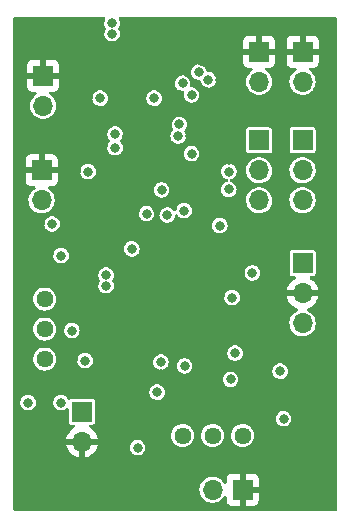
<source format=gbr>
%TF.GenerationSoftware,KiCad,Pcbnew,(6.0.8)*%
%TF.CreationDate,2022-10-15T17:18:15+02:00*%
%TF.ProjectId,Digital Delay,44696769-7461-46c2-9044-656c61792e6b,rev?*%
%TF.SameCoordinates,Original*%
%TF.FileFunction,Copper,L2,Inr*%
%TF.FilePolarity,Positive*%
%FSLAX46Y46*%
G04 Gerber Fmt 4.6, Leading zero omitted, Abs format (unit mm)*
G04 Created by KiCad (PCBNEW (6.0.8)) date 2022-10-15 17:18:15*
%MOMM*%
%LPD*%
G01*
G04 APERTURE LIST*
%TA.AperFunction,ComponentPad*%
%ADD10R,1.700000X1.700000*%
%TD*%
%TA.AperFunction,ComponentPad*%
%ADD11O,1.700000X1.700000*%
%TD*%
%TA.AperFunction,ComponentPad*%
%ADD12C,1.440000*%
%TD*%
%TA.AperFunction,ViaPad*%
%ADD13C,0.800000*%
%TD*%
G04 APERTURE END LIST*
D10*
%TO.N,/Signal_Out_Falling*%
%TO.C,J105*%
X59309000Y-48148000D03*
D11*
%TO.N,/Falling_Edge_Out*%
X59309000Y-50688000D03*
%TO.N,Signal_Falling*%
X59309000Y-53228000D03*
%TD*%
D10*
%TO.N,-5V*%
%TO.C,J101*%
X62992000Y-58547000D03*
D11*
%TO.N,GND*%
X62992000Y-61087000D03*
%TO.N,+5V*%
X62992000Y-63627000D03*
%TD*%
D10*
%TO.N,GND*%
%TO.C,J106*%
X57912000Y-77724000D03*
D11*
%TO.N,/Ref_Comp_B*%
X55372000Y-77724000D03*
%TD*%
D10*
%TO.N,GND*%
%TO.C,J103*%
X40894000Y-50668000D03*
D11*
%TO.N,/Ref_Comp_A*%
X40894000Y-53208000D03*
%TD*%
D10*
%TO.N,GND*%
%TO.C,J107*%
X41021000Y-42667000D03*
D11*
%TO.N,/Falling_Edge_Out*%
X41021000Y-45207000D03*
%TD*%
D10*
%TO.N,Signal_In*%
%TO.C,J109*%
X44323000Y-71115000D03*
D11*
%TO.N,GND*%
X44323000Y-73655000D03*
%TD*%
D10*
%TO.N,GND*%
%TO.C,J104*%
X62992000Y-40640000D03*
D11*
%TO.N,/Rising_Edge_Out*%
X62992000Y-43180000D03*
%TD*%
D12*
%TO.N,+5V*%
%TO.C,RV101*%
X41148000Y-61585000D03*
%TO.N,/Ref_Comp_A*%
X41148000Y-64125000D03*
%TO.N,-5V*%
X41148000Y-66665000D03*
%TD*%
D10*
%TO.N,GND*%
%TO.C,J108*%
X59309000Y-40635000D03*
D11*
%TO.N,/Both_Edges_Out*%
X59309000Y-43175000D03*
%TD*%
D10*
%TO.N,/Signal_Out_Rising*%
%TO.C,J102*%
X62992000Y-48133000D03*
D11*
%TO.N,/Rising_Edge_Out*%
X62992000Y-50673000D03*
%TO.N,Signal_Rising*%
X62992000Y-53213000D03*
%TD*%
D12*
%TO.N,+5V*%
%TO.C,RV102*%
X57912000Y-73152000D03*
%TO.N,/Ref_Comp_B*%
X55372000Y-73152000D03*
%TO.N,-5V*%
X52832000Y-73152000D03*
%TD*%
D13*
%TO.N,+5V*%
X61380489Y-71715511D03*
X47117000Y-48768000D03*
X46863000Y-38227000D03*
X61087000Y-67691000D03*
X57023000Y-61468000D03*
X42545000Y-57912000D03*
X46863000Y-39116000D03*
X46355000Y-60452000D03*
X48540220Y-57327899D03*
X46355000Y-59563000D03*
%TO.N,GND*%
X58420000Y-61976000D03*
X63627000Y-69342000D03*
X54610000Y-56642000D03*
X47498000Y-74168000D03*
X42799000Y-48895000D03*
X60579000Y-56388000D03*
X53467000Y-47752000D03*
X42545000Y-71628000D03*
X59690000Y-56388000D03*
X59055000Y-68707000D03*
X44450000Y-64389000D03*
X62992000Y-71755000D03*
X62230000Y-67818000D03*
X52819374Y-66255835D03*
X48821734Y-54085724D03*
X59436000Y-61595000D03*
X56822438Y-54797297D03*
X54483000Y-45339000D03*
X43577826Y-66776378D03*
X54610000Y-54864000D03*
X56740762Y-49784980D03*
X57789502Y-53366952D03*
X54380718Y-41388965D03*
X39751000Y-55880000D03*
X43434000Y-46990000D03*
X42672000Y-38227000D03*
X42672000Y-39116000D03*
X63881000Y-74549000D03*
X59563000Y-67945000D03*
X44196000Y-40132000D03*
X43831497Y-50800000D03*
X46482000Y-73152000D03*
X39751000Y-56769000D03*
X43307000Y-40132000D03*
X47498000Y-71501000D03*
X62992000Y-74549000D03*
X54483000Y-46482000D03*
X42545000Y-55880000D03*
X43561000Y-49784000D03*
X60325000Y-61595000D03*
X40788034Y-55250119D03*
X42545000Y-72517000D03*
X51435000Y-44323000D03*
X65024000Y-67818000D03*
X39751000Y-71628000D03*
X50673000Y-71501000D03*
X44450000Y-65405000D03*
X50016023Y-52314523D03*
X44450000Y-49784000D03*
X44323000Y-46990000D03*
X45974000Y-71120000D03*
X56022672Y-43053010D03*
X52675563Y-42298698D03*
X44848201Y-44539500D03*
X43269117Y-60297681D03*
X50971168Y-67906122D03*
X59055000Y-69850000D03*
X59436000Y-60706000D03*
X41148000Y-73152000D03*
X42799000Y-48006000D03*
X44704000Y-56769000D03*
X43688000Y-57465000D03*
X43688000Y-58354000D03*
X54610000Y-55753000D03*
X48102904Y-47789317D03*
X52521830Y-44310500D03*
X58674000Y-57531000D03*
X57553500Y-67147286D03*
X65024000Y-68707000D03*
X46482000Y-72263000D03*
X48553500Y-42418000D03*
X47371000Y-42418000D03*
X57402648Y-51546273D03*
X64389000Y-73152000D03*
X50690932Y-53935907D03*
X50673000Y-70612000D03*
X46482000Y-58354000D03*
X51562000Y-42291000D03*
X62230000Y-68707000D03*
X45974000Y-70231000D03*
X39751000Y-72517000D03*
X63881000Y-71755000D03*
X57912000Y-70739000D03*
%TO.N,-5V*%
X58740000Y-59370000D03*
X49022000Y-74168000D03*
X42545000Y-70358000D03*
X39751000Y-70358000D03*
X50673000Y-69469000D03*
%TO.N,/Ref_Comp_B*%
X56896000Y-68385699D03*
%TO.N,/Signal_Comp_B*%
X53002495Y-67238419D03*
X57277000Y-66167000D03*
%TO.N,Signal_Rising*%
X56755728Y-50784369D03*
%TO.N,Signal_Falling*%
X49784000Y-54356000D03*
X51054000Y-52336500D03*
X56740773Y-52295773D03*
%TO.N,/Both_Edges_Out*%
X54206979Y-42373251D03*
X52567500Y-46794942D03*
X51537258Y-54467638D03*
X53594000Y-44310500D03*
%TO.N,Signal_In*%
X51000883Y-66907062D03*
X44831000Y-50800000D03*
X41787296Y-55228163D03*
X47117000Y-47625000D03*
X43459590Y-64254501D03*
X44577000Y-66802000D03*
%TO.N,/Comp_Out_B*%
X55023873Y-43015500D03*
X55991262Y-55356262D03*
X45847000Y-44577000D03*
X52832000Y-43307000D03*
%TO.N,Net-(U102-Pad6)*%
X50419000Y-44577000D03*
X52959000Y-54102000D03*
%TO.N,Net-(U102-Pad8)*%
X53594000Y-49276000D03*
X52468201Y-47789500D03*
%TD*%
%TA.AperFunction,Conductor*%
%TO.N,GND*%
G36*
X46245640Y-37739502D02*
G01*
X46292133Y-37793158D01*
X46302237Y-37863432D01*
X46288563Y-37905041D01*
X46286316Y-37909232D01*
X46281950Y-37915444D01*
X46224406Y-38063037D01*
X46203729Y-38220096D01*
X46221113Y-38377553D01*
X46275553Y-38526319D01*
X46279788Y-38532622D01*
X46279792Y-38532629D01*
X46325922Y-38601277D01*
X46347315Y-38668974D01*
X46328711Y-38737490D01*
X46324428Y-38744004D01*
X46281950Y-38804444D01*
X46224406Y-38952037D01*
X46203729Y-39109096D01*
X46221113Y-39266553D01*
X46223723Y-39273684D01*
X46223723Y-39273686D01*
X46249899Y-39345214D01*
X46275553Y-39415319D01*
X46279789Y-39421622D01*
X46279789Y-39421623D01*
X46288292Y-39434276D01*
X46363908Y-39546805D01*
X46369527Y-39551918D01*
X46369528Y-39551919D01*
X46380903Y-39562269D01*
X46481076Y-39653419D01*
X46620293Y-39729008D01*
X46773522Y-39769207D01*
X46857477Y-39770526D01*
X46924319Y-39771576D01*
X46924322Y-39771576D01*
X46931916Y-39771695D01*
X47086332Y-39736329D01*
X47156742Y-39700917D01*
X47221072Y-39668563D01*
X47221075Y-39668561D01*
X47227855Y-39665151D01*
X47233626Y-39660222D01*
X47233629Y-39660220D01*
X47342536Y-39567204D01*
X47342536Y-39567203D01*
X47348314Y-39562269D01*
X47440755Y-39433624D01*
X47499842Y-39286641D01*
X47522162Y-39129807D01*
X47522307Y-39116000D01*
X47503276Y-38958733D01*
X47447280Y-38810546D01*
X47400832Y-38742963D01*
X47378732Y-38675493D01*
X47396618Y-38606786D01*
X47402350Y-38598070D01*
X47440755Y-38544624D01*
X47499842Y-38397641D01*
X47522162Y-38240807D01*
X47522307Y-38227000D01*
X47503276Y-38069733D01*
X47447280Y-37921546D01*
X47442979Y-37915288D01*
X47439459Y-37908555D01*
X47441067Y-37907714D01*
X47421964Y-37849402D01*
X47439847Y-37780694D01*
X47492038Y-37732562D01*
X47547904Y-37719500D01*
X65786500Y-37719500D01*
X65854621Y-37739502D01*
X65901114Y-37793158D01*
X65912500Y-37845500D01*
X65912500Y-79375500D01*
X65892498Y-79443621D01*
X65838842Y-79490114D01*
X65786500Y-79501500D01*
X38607500Y-79501500D01*
X38539379Y-79481498D01*
X38492886Y-79427842D01*
X38481500Y-79375500D01*
X38481500Y-77694964D01*
X54263148Y-77694964D01*
X54276424Y-77897522D01*
X54277845Y-77903118D01*
X54277846Y-77903123D01*
X54324971Y-78088674D01*
X54326392Y-78094269D01*
X54328809Y-78099512D01*
X54389550Y-78231270D01*
X54411377Y-78278616D01*
X54528533Y-78444389D01*
X54673938Y-78586035D01*
X54678742Y-78589245D01*
X54732980Y-78625486D01*
X54842720Y-78698812D01*
X54848023Y-78701090D01*
X54848026Y-78701092D01*
X54936707Y-78739192D01*
X55029228Y-78778942D01*
X55102244Y-78795464D01*
X55221579Y-78822467D01*
X55221584Y-78822468D01*
X55227216Y-78823742D01*
X55232987Y-78823969D01*
X55232989Y-78823969D01*
X55292756Y-78826317D01*
X55430053Y-78831712D01*
X55530499Y-78817148D01*
X55625231Y-78803413D01*
X55625236Y-78803412D01*
X55630945Y-78802584D01*
X55636409Y-78800729D01*
X55636414Y-78800728D01*
X55817693Y-78739192D01*
X55817698Y-78739190D01*
X55823165Y-78737334D01*
X56000276Y-78638147D01*
X56015495Y-78625490D01*
X56151913Y-78512031D01*
X56156345Y-78508345D01*
X56286147Y-78352276D01*
X56288969Y-78347236D01*
X56288973Y-78347231D01*
X56318067Y-78295279D01*
X56368804Y-78245617D01*
X56438335Y-78231270D01*
X56504586Y-78256791D01*
X56546522Y-78314080D01*
X56554001Y-78356845D01*
X56554001Y-78618669D01*
X56554371Y-78625490D01*
X56559895Y-78676352D01*
X56563521Y-78691604D01*
X56608676Y-78812054D01*
X56617214Y-78827649D01*
X56693715Y-78929724D01*
X56706276Y-78942285D01*
X56808351Y-79018786D01*
X56823946Y-79027324D01*
X56944394Y-79072478D01*
X56959649Y-79076105D01*
X57010514Y-79081631D01*
X57017328Y-79082000D01*
X57639885Y-79082000D01*
X57655124Y-79077525D01*
X57656329Y-79076135D01*
X57658000Y-79068452D01*
X57658000Y-79063884D01*
X58166000Y-79063884D01*
X58170475Y-79079123D01*
X58171865Y-79080328D01*
X58179548Y-79081999D01*
X58806669Y-79081999D01*
X58813490Y-79081629D01*
X58864352Y-79076105D01*
X58879604Y-79072479D01*
X59000054Y-79027324D01*
X59015649Y-79018786D01*
X59117724Y-78942285D01*
X59130285Y-78929724D01*
X59206786Y-78827649D01*
X59215324Y-78812054D01*
X59260478Y-78691606D01*
X59264105Y-78676351D01*
X59269631Y-78625486D01*
X59270000Y-78618672D01*
X59270000Y-77996115D01*
X59265525Y-77980876D01*
X59264135Y-77979671D01*
X59256452Y-77978000D01*
X58184115Y-77978000D01*
X58168876Y-77982475D01*
X58167671Y-77983865D01*
X58166000Y-77991548D01*
X58166000Y-79063884D01*
X57658000Y-79063884D01*
X57658000Y-77451885D01*
X58166000Y-77451885D01*
X58170475Y-77467124D01*
X58171865Y-77468329D01*
X58179548Y-77470000D01*
X59251884Y-77470000D01*
X59267123Y-77465525D01*
X59268328Y-77464135D01*
X59269999Y-77456452D01*
X59269999Y-76829331D01*
X59269629Y-76822510D01*
X59264105Y-76771648D01*
X59260479Y-76756396D01*
X59215324Y-76635946D01*
X59206786Y-76620351D01*
X59130285Y-76518276D01*
X59117724Y-76505715D01*
X59015649Y-76429214D01*
X59000054Y-76420676D01*
X58879606Y-76375522D01*
X58864351Y-76371895D01*
X58813486Y-76366369D01*
X58806672Y-76366000D01*
X58184115Y-76366000D01*
X58168876Y-76370475D01*
X58167671Y-76371865D01*
X58166000Y-76379548D01*
X58166000Y-77451885D01*
X57658000Y-77451885D01*
X57658000Y-76384116D01*
X57653525Y-76368877D01*
X57652135Y-76367672D01*
X57644452Y-76366001D01*
X57017331Y-76366001D01*
X57010510Y-76366371D01*
X56959648Y-76371895D01*
X56944396Y-76375521D01*
X56823946Y-76420676D01*
X56808351Y-76429214D01*
X56706276Y-76505715D01*
X56693715Y-76518276D01*
X56617214Y-76620351D01*
X56608676Y-76635946D01*
X56563522Y-76756394D01*
X56559895Y-76771649D01*
X56554369Y-76822514D01*
X56554000Y-76829328D01*
X56554000Y-77084160D01*
X56533998Y-77152281D01*
X56480342Y-77198774D01*
X56410068Y-77208878D01*
X56345488Y-77179384D01*
X56320567Y-77149994D01*
X56320331Y-77149608D01*
X56317776Y-77144428D01*
X56196320Y-76981779D01*
X56047258Y-76843987D01*
X56042375Y-76840906D01*
X56042371Y-76840903D01*
X55880464Y-76738748D01*
X55875581Y-76735667D01*
X55687039Y-76660446D01*
X55681379Y-76659320D01*
X55681375Y-76659319D01*
X55493613Y-76621971D01*
X55493610Y-76621971D01*
X55487946Y-76620844D01*
X55482171Y-76620768D01*
X55482167Y-76620768D01*
X55380793Y-76619441D01*
X55284971Y-76618187D01*
X55279274Y-76619166D01*
X55279273Y-76619166D01*
X55181620Y-76635946D01*
X55084910Y-76652564D01*
X54894463Y-76722824D01*
X54720010Y-76826612D01*
X54715670Y-76830418D01*
X54715666Y-76830421D01*
X54695723Y-76847911D01*
X54567392Y-76960455D01*
X54441720Y-77119869D01*
X54439031Y-77124980D01*
X54439029Y-77124983D01*
X54425870Y-77149994D01*
X54347203Y-77299515D01*
X54287007Y-77493378D01*
X54263148Y-77694964D01*
X38481500Y-77694964D01*
X38481500Y-73922966D01*
X42991257Y-73922966D01*
X43021565Y-74057446D01*
X43024645Y-74067275D01*
X43104770Y-74264603D01*
X43109413Y-74273794D01*
X43220694Y-74455388D01*
X43226777Y-74463699D01*
X43366213Y-74624667D01*
X43373580Y-74631883D01*
X43537434Y-74767916D01*
X43545881Y-74773831D01*
X43729756Y-74881279D01*
X43739042Y-74885729D01*
X43938001Y-74961703D01*
X43947899Y-74964579D01*
X44051250Y-74985606D01*
X44065299Y-74984410D01*
X44069000Y-74974065D01*
X44069000Y-74973517D01*
X44577000Y-74973517D01*
X44581064Y-74987359D01*
X44594478Y-74989393D01*
X44601184Y-74988534D01*
X44611262Y-74986392D01*
X44815255Y-74925191D01*
X44824842Y-74921433D01*
X45016095Y-74827739D01*
X45024945Y-74822464D01*
X45198328Y-74698792D01*
X45206200Y-74692139D01*
X45357052Y-74541812D01*
X45363730Y-74533965D01*
X45488003Y-74361020D01*
X45493313Y-74352183D01*
X45587670Y-74161267D01*
X45587738Y-74161096D01*
X48362729Y-74161096D01*
X48380113Y-74318553D01*
X48382723Y-74325684D01*
X48382723Y-74325686D01*
X48395654Y-74361020D01*
X48434553Y-74467319D01*
X48522908Y-74598805D01*
X48528527Y-74603918D01*
X48528528Y-74603919D01*
X48539903Y-74614269D01*
X48640076Y-74705419D01*
X48779293Y-74781008D01*
X48932522Y-74821207D01*
X49016477Y-74822526D01*
X49083319Y-74823576D01*
X49083322Y-74823576D01*
X49090916Y-74823695D01*
X49245332Y-74788329D01*
X49315742Y-74752917D01*
X49380072Y-74720563D01*
X49380075Y-74720561D01*
X49386855Y-74717151D01*
X49392626Y-74712222D01*
X49392629Y-74712220D01*
X49501536Y-74619204D01*
X49501536Y-74619203D01*
X49507314Y-74614269D01*
X49599755Y-74485624D01*
X49658842Y-74338641D01*
X49681162Y-74181807D01*
X49681307Y-74168000D01*
X49662276Y-74010733D01*
X49606280Y-73862546D01*
X49516553Y-73731992D01*
X49398275Y-73626611D01*
X49390889Y-73622700D01*
X49264988Y-73556039D01*
X49264989Y-73556039D01*
X49258274Y-73552484D01*
X49104633Y-73513892D01*
X49097034Y-73513852D01*
X49097033Y-73513852D01*
X49031181Y-73513507D01*
X48946221Y-73513062D01*
X48938841Y-73514834D01*
X48938839Y-73514834D01*
X48799563Y-73548271D01*
X48799560Y-73548272D01*
X48792184Y-73550043D01*
X48651414Y-73622700D01*
X48532039Y-73726838D01*
X48440950Y-73856444D01*
X48438190Y-73863524D01*
X48393254Y-73978779D01*
X48383406Y-74004037D01*
X48382414Y-74011570D01*
X48382414Y-74011571D01*
X48363970Y-74151672D01*
X48362729Y-74161096D01*
X45587738Y-74161096D01*
X45591469Y-74151672D01*
X45653377Y-73947910D01*
X45655555Y-73937837D01*
X45656986Y-73926962D01*
X45654775Y-73912778D01*
X45641617Y-73909000D01*
X44595115Y-73909000D01*
X44579876Y-73913475D01*
X44578671Y-73914865D01*
X44577000Y-73922548D01*
X44577000Y-74973517D01*
X44069000Y-74973517D01*
X44069000Y-73927115D01*
X44064525Y-73911876D01*
X44063135Y-73910671D01*
X44055452Y-73909000D01*
X43006225Y-73909000D01*
X42992694Y-73912973D01*
X42991257Y-73922966D01*
X38481500Y-73922966D01*
X38481500Y-70351096D01*
X39091729Y-70351096D01*
X39109113Y-70508553D01*
X39163553Y-70657319D01*
X39251908Y-70788805D01*
X39257527Y-70793918D01*
X39257528Y-70793919D01*
X39268903Y-70804269D01*
X39369076Y-70895419D01*
X39508293Y-70971008D01*
X39661522Y-71011207D01*
X39745477Y-71012526D01*
X39812319Y-71013576D01*
X39812322Y-71013576D01*
X39819916Y-71013695D01*
X39974332Y-70978329D01*
X40096555Y-70916858D01*
X40109072Y-70910563D01*
X40109075Y-70910561D01*
X40115855Y-70907151D01*
X40121626Y-70902222D01*
X40121629Y-70902220D01*
X40230536Y-70809204D01*
X40230536Y-70809203D01*
X40236314Y-70804269D01*
X40328755Y-70675624D01*
X40387842Y-70528641D01*
X40410162Y-70371807D01*
X40410307Y-70358000D01*
X40409472Y-70351096D01*
X41885729Y-70351096D01*
X41903113Y-70508553D01*
X41957553Y-70657319D01*
X42045908Y-70788805D01*
X42051527Y-70793918D01*
X42051528Y-70793919D01*
X42062903Y-70804269D01*
X42163076Y-70895419D01*
X42302293Y-70971008D01*
X42455522Y-71011207D01*
X42539477Y-71012526D01*
X42606319Y-71013576D01*
X42606322Y-71013576D01*
X42613916Y-71013695D01*
X42768332Y-70978329D01*
X42890555Y-70916858D01*
X42903072Y-70910563D01*
X42903075Y-70910561D01*
X42909855Y-70907151D01*
X43010670Y-70821046D01*
X43075459Y-70792016D01*
X43145659Y-70802621D01*
X43198981Y-70849495D01*
X43218500Y-70916858D01*
X43218501Y-71544468D01*
X43218501Y-71990066D01*
X43233266Y-72064301D01*
X43289516Y-72148484D01*
X43373699Y-72204734D01*
X43447933Y-72219500D01*
X43624500Y-72219500D01*
X43692621Y-72239502D01*
X43739114Y-72293158D01*
X43749218Y-72363432D01*
X43719724Y-72428012D01*
X43682681Y-72457263D01*
X43601458Y-72499545D01*
X43592738Y-72505036D01*
X43422433Y-72632905D01*
X43414726Y-72639748D01*
X43267590Y-72793717D01*
X43261104Y-72801727D01*
X43141098Y-72977649D01*
X43136000Y-72986623D01*
X43046338Y-73179783D01*
X43042775Y-73189470D01*
X42987389Y-73389183D01*
X42988912Y-73397607D01*
X43001292Y-73401000D01*
X45641344Y-73401000D01*
X45654875Y-73397027D01*
X45656180Y-73387947D01*
X45614214Y-73220875D01*
X45610894Y-73211124D01*
X45579242Y-73138328D01*
X51852880Y-73138328D01*
X51868872Y-73328767D01*
X51921549Y-73512473D01*
X51924367Y-73517955D01*
X51924368Y-73517959D01*
X52006085Y-73676963D01*
X52006088Y-73676967D01*
X52008905Y-73682449D01*
X52127612Y-73832220D01*
X52132306Y-73836215D01*
X52156086Y-73856453D01*
X52273149Y-73956082D01*
X52278527Y-73959088D01*
X52278529Y-73959089D01*
X52318733Y-73981558D01*
X52439972Y-74049316D01*
X52621728Y-74108372D01*
X52811493Y-74131000D01*
X52817628Y-74130528D01*
X52817630Y-74130528D01*
X52881393Y-74125622D01*
X53002039Y-74116339D01*
X53186108Y-74064945D01*
X53200954Y-74057446D01*
X53351189Y-73981558D01*
X53351191Y-73981557D01*
X53356690Y-73978779D01*
X53507286Y-73861120D01*
X53511312Y-73856456D01*
X53511315Y-73856453D01*
X53628134Y-73721116D01*
X53632161Y-73716451D01*
X53726557Y-73550283D01*
X53738350Y-73514834D01*
X53784934Y-73374796D01*
X53786881Y-73368944D01*
X53810833Y-73179341D01*
X53811215Y-73152000D01*
X53809874Y-73138328D01*
X54392880Y-73138328D01*
X54408872Y-73328767D01*
X54461549Y-73512473D01*
X54464367Y-73517955D01*
X54464368Y-73517959D01*
X54546085Y-73676963D01*
X54546088Y-73676967D01*
X54548905Y-73682449D01*
X54667612Y-73832220D01*
X54672306Y-73836215D01*
X54696086Y-73856453D01*
X54813149Y-73956082D01*
X54818527Y-73959088D01*
X54818529Y-73959089D01*
X54858733Y-73981558D01*
X54979972Y-74049316D01*
X55161728Y-74108372D01*
X55351493Y-74131000D01*
X55357628Y-74130528D01*
X55357630Y-74130528D01*
X55421393Y-74125622D01*
X55542039Y-74116339D01*
X55726108Y-74064945D01*
X55740954Y-74057446D01*
X55891189Y-73981558D01*
X55891191Y-73981557D01*
X55896690Y-73978779D01*
X56047286Y-73861120D01*
X56051312Y-73856456D01*
X56051315Y-73856453D01*
X56168134Y-73721116D01*
X56172161Y-73716451D01*
X56266557Y-73550283D01*
X56278350Y-73514834D01*
X56324934Y-73374796D01*
X56326881Y-73368944D01*
X56350833Y-73179341D01*
X56351215Y-73152000D01*
X56349874Y-73138328D01*
X56932880Y-73138328D01*
X56948872Y-73328767D01*
X57001549Y-73512473D01*
X57004367Y-73517955D01*
X57004368Y-73517959D01*
X57086085Y-73676963D01*
X57086088Y-73676967D01*
X57088905Y-73682449D01*
X57207612Y-73832220D01*
X57212306Y-73836215D01*
X57236086Y-73856453D01*
X57353149Y-73956082D01*
X57358527Y-73959088D01*
X57358529Y-73959089D01*
X57398733Y-73981558D01*
X57519972Y-74049316D01*
X57701728Y-74108372D01*
X57891493Y-74131000D01*
X57897628Y-74130528D01*
X57897630Y-74130528D01*
X57961393Y-74125622D01*
X58082039Y-74116339D01*
X58266108Y-74064945D01*
X58280954Y-74057446D01*
X58431189Y-73981558D01*
X58431191Y-73981557D01*
X58436690Y-73978779D01*
X58587286Y-73861120D01*
X58591312Y-73856456D01*
X58591315Y-73856453D01*
X58708134Y-73721116D01*
X58712161Y-73716451D01*
X58806557Y-73550283D01*
X58818350Y-73514834D01*
X58864934Y-73374796D01*
X58866881Y-73368944D01*
X58890833Y-73179341D01*
X58891215Y-73152000D01*
X58872566Y-72961803D01*
X58817329Y-72778850D01*
X58772469Y-72694481D01*
X58730503Y-72615553D01*
X58730501Y-72615550D01*
X58727609Y-72610111D01*
X58723719Y-72605341D01*
X58723716Y-72605337D01*
X58610717Y-72466787D01*
X58610714Y-72466784D01*
X58606822Y-72462012D01*
X58601082Y-72457263D01*
X58464319Y-72344123D01*
X58459570Y-72340194D01*
X58291461Y-72249298D01*
X58108899Y-72192785D01*
X58102781Y-72192142D01*
X58102776Y-72192141D01*
X57924965Y-72173453D01*
X57924963Y-72173453D01*
X57918836Y-72172809D01*
X57839644Y-72180016D01*
X57734652Y-72189571D01*
X57734649Y-72189572D01*
X57728513Y-72190130D01*
X57722607Y-72191868D01*
X57722603Y-72191869D01*
X57589352Y-72231088D01*
X57545180Y-72244088D01*
X57375818Y-72332628D01*
X57371018Y-72336488D01*
X57371017Y-72336488D01*
X57333329Y-72366790D01*
X57226879Y-72452378D01*
X57104036Y-72598776D01*
X57101068Y-72604174D01*
X57101065Y-72604179D01*
X57024584Y-72743300D01*
X57011969Y-72766246D01*
X57010108Y-72772113D01*
X57010107Y-72772115D01*
X57000714Y-72801727D01*
X56954183Y-72948410D01*
X56932880Y-73138328D01*
X56349874Y-73138328D01*
X56332566Y-72961803D01*
X56277329Y-72778850D01*
X56232469Y-72694481D01*
X56190503Y-72615553D01*
X56190501Y-72615550D01*
X56187609Y-72610111D01*
X56183719Y-72605341D01*
X56183716Y-72605337D01*
X56070717Y-72466787D01*
X56070714Y-72466784D01*
X56066822Y-72462012D01*
X56061082Y-72457263D01*
X55924319Y-72344123D01*
X55919570Y-72340194D01*
X55751461Y-72249298D01*
X55568899Y-72192785D01*
X55562781Y-72192142D01*
X55562776Y-72192141D01*
X55384965Y-72173453D01*
X55384963Y-72173453D01*
X55378836Y-72172809D01*
X55299644Y-72180016D01*
X55194652Y-72189571D01*
X55194649Y-72189572D01*
X55188513Y-72190130D01*
X55182607Y-72191868D01*
X55182603Y-72191869D01*
X55049352Y-72231088D01*
X55005180Y-72244088D01*
X54835818Y-72332628D01*
X54831018Y-72336488D01*
X54831017Y-72336488D01*
X54793329Y-72366790D01*
X54686879Y-72452378D01*
X54564036Y-72598776D01*
X54561068Y-72604174D01*
X54561065Y-72604179D01*
X54484584Y-72743300D01*
X54471969Y-72766246D01*
X54470108Y-72772113D01*
X54470107Y-72772115D01*
X54460714Y-72801727D01*
X54414183Y-72948410D01*
X54392880Y-73138328D01*
X53809874Y-73138328D01*
X53792566Y-72961803D01*
X53737329Y-72778850D01*
X53692469Y-72694481D01*
X53650503Y-72615553D01*
X53650501Y-72615550D01*
X53647609Y-72610111D01*
X53643719Y-72605341D01*
X53643716Y-72605337D01*
X53530717Y-72466787D01*
X53530714Y-72466784D01*
X53526822Y-72462012D01*
X53521082Y-72457263D01*
X53384319Y-72344123D01*
X53379570Y-72340194D01*
X53211461Y-72249298D01*
X53028899Y-72192785D01*
X53022781Y-72192142D01*
X53022776Y-72192141D01*
X52844965Y-72173453D01*
X52844963Y-72173453D01*
X52838836Y-72172809D01*
X52759644Y-72180016D01*
X52654652Y-72189571D01*
X52654649Y-72189572D01*
X52648513Y-72190130D01*
X52642607Y-72191868D01*
X52642603Y-72191869D01*
X52509352Y-72231088D01*
X52465180Y-72244088D01*
X52295818Y-72332628D01*
X52291018Y-72336488D01*
X52291017Y-72336488D01*
X52253329Y-72366790D01*
X52146879Y-72452378D01*
X52024036Y-72598776D01*
X52021068Y-72604174D01*
X52021065Y-72604179D01*
X51944584Y-72743300D01*
X51931969Y-72766246D01*
X51930108Y-72772113D01*
X51930107Y-72772115D01*
X51920714Y-72801727D01*
X51874183Y-72948410D01*
X51852880Y-73138328D01*
X45579242Y-73138328D01*
X45525972Y-73015814D01*
X45521105Y-73006739D01*
X45405426Y-72827926D01*
X45399136Y-72819757D01*
X45255806Y-72662240D01*
X45248273Y-72655215D01*
X45081139Y-72523222D01*
X45072552Y-72517517D01*
X44960765Y-72455807D01*
X44910795Y-72405375D01*
X44896023Y-72335932D01*
X44921139Y-72269527D01*
X44978170Y-72227242D01*
X45021658Y-72219499D01*
X45198066Y-72219499D01*
X45233818Y-72212388D01*
X45260126Y-72207156D01*
X45260128Y-72207155D01*
X45272301Y-72204734D01*
X45282621Y-72197839D01*
X45282622Y-72197838D01*
X45346168Y-72155377D01*
X45356484Y-72148484D01*
X45412734Y-72064301D01*
X45427500Y-71990067D01*
X45427500Y-71708607D01*
X60721218Y-71708607D01*
X60738602Y-71866064D01*
X60741212Y-71873195D01*
X60741212Y-71873197D01*
X60786201Y-71996135D01*
X60793042Y-72014830D01*
X60797278Y-72021133D01*
X60797278Y-72021134D01*
X60833221Y-72074622D01*
X60881397Y-72146316D01*
X60887016Y-72151429D01*
X60887017Y-72151430D01*
X60988848Y-72244088D01*
X60998565Y-72252930D01*
X61137782Y-72328519D01*
X61291011Y-72368718D01*
X61374966Y-72370037D01*
X61441808Y-72371087D01*
X61441811Y-72371087D01*
X61449405Y-72371206D01*
X61603821Y-72335840D01*
X61674231Y-72300428D01*
X61738561Y-72268074D01*
X61738564Y-72268072D01*
X61745344Y-72264662D01*
X61751115Y-72259733D01*
X61751118Y-72259731D01*
X61860025Y-72166715D01*
X61860025Y-72166714D01*
X61865803Y-72161780D01*
X61958244Y-72033135D01*
X62017331Y-71886152D01*
X62039651Y-71729318D01*
X62039796Y-71715511D01*
X62020765Y-71558244D01*
X61964769Y-71410057D01*
X61875042Y-71279503D01*
X61756764Y-71174122D01*
X61749378Y-71170211D01*
X61623477Y-71103550D01*
X61623478Y-71103550D01*
X61616763Y-71099995D01*
X61463122Y-71061403D01*
X61455523Y-71061363D01*
X61455522Y-71061363D01*
X61389670Y-71061018D01*
X61304710Y-71060573D01*
X61297330Y-71062345D01*
X61297328Y-71062345D01*
X61158052Y-71095782D01*
X61158049Y-71095783D01*
X61150673Y-71097554D01*
X61009903Y-71170211D01*
X60890528Y-71274349D01*
X60799439Y-71403955D01*
X60741895Y-71551548D01*
X60721218Y-71708607D01*
X45427500Y-71708607D01*
X45427499Y-70239934D01*
X45412734Y-70165699D01*
X45384203Y-70122999D01*
X45363377Y-70091832D01*
X45356484Y-70081516D01*
X45272301Y-70025266D01*
X45198067Y-70010500D01*
X44323142Y-70010500D01*
X43447934Y-70010501D01*
X43412182Y-70017612D01*
X43385874Y-70022844D01*
X43385872Y-70022845D01*
X43373699Y-70025266D01*
X43363379Y-70032161D01*
X43363378Y-70032162D01*
X43296755Y-70076679D01*
X43229003Y-70097894D01*
X43160536Y-70079111D01*
X43122913Y-70043281D01*
X43043855Y-69928251D01*
X43043854Y-69928249D01*
X43039553Y-69921992D01*
X42921275Y-69816611D01*
X42913889Y-69812700D01*
X42787988Y-69746039D01*
X42787989Y-69746039D01*
X42781274Y-69742484D01*
X42627633Y-69703892D01*
X42620034Y-69703852D01*
X42620033Y-69703852D01*
X42554181Y-69703507D01*
X42469221Y-69703062D01*
X42461841Y-69704834D01*
X42461839Y-69704834D01*
X42322563Y-69738271D01*
X42322560Y-69738272D01*
X42315184Y-69740043D01*
X42174414Y-69812700D01*
X42055039Y-69916838D01*
X41963950Y-70046444D01*
X41952162Y-70076679D01*
X41912708Y-70177874D01*
X41906406Y-70194037D01*
X41905414Y-70201570D01*
X41905414Y-70201571D01*
X41900364Y-70239934D01*
X41885729Y-70351096D01*
X40409472Y-70351096D01*
X40391276Y-70200733D01*
X40335280Y-70052546D01*
X40314867Y-70022845D01*
X40249855Y-69928251D01*
X40249854Y-69928249D01*
X40245553Y-69921992D01*
X40127275Y-69816611D01*
X40119889Y-69812700D01*
X39993988Y-69746039D01*
X39993989Y-69746039D01*
X39987274Y-69742484D01*
X39833633Y-69703892D01*
X39826034Y-69703852D01*
X39826033Y-69703852D01*
X39760181Y-69703507D01*
X39675221Y-69703062D01*
X39667841Y-69704834D01*
X39667839Y-69704834D01*
X39528563Y-69738271D01*
X39528560Y-69738272D01*
X39521184Y-69740043D01*
X39380414Y-69812700D01*
X39261039Y-69916838D01*
X39169950Y-70046444D01*
X39158162Y-70076679D01*
X39118708Y-70177874D01*
X39112406Y-70194037D01*
X39111414Y-70201570D01*
X39111414Y-70201571D01*
X39106364Y-70239934D01*
X39091729Y-70351096D01*
X38481500Y-70351096D01*
X38481500Y-69462096D01*
X50013729Y-69462096D01*
X50031113Y-69619553D01*
X50033723Y-69626684D01*
X50033723Y-69626686D01*
X50077400Y-69746039D01*
X50085553Y-69768319D01*
X50173908Y-69899805D01*
X50179527Y-69904918D01*
X50179528Y-69904919D01*
X50187141Y-69911846D01*
X50291076Y-70006419D01*
X50430293Y-70082008D01*
X50583522Y-70122207D01*
X50667477Y-70123526D01*
X50734319Y-70124576D01*
X50734322Y-70124576D01*
X50741916Y-70124695D01*
X50896332Y-70089329D01*
X50981600Y-70046444D01*
X51031072Y-70021563D01*
X51031075Y-70021561D01*
X51037855Y-70018151D01*
X51043626Y-70013222D01*
X51043629Y-70013220D01*
X51152536Y-69920204D01*
X51152536Y-69920203D01*
X51158314Y-69915269D01*
X51250755Y-69786624D01*
X51309842Y-69639641D01*
X51332162Y-69482807D01*
X51332307Y-69469000D01*
X51313276Y-69311733D01*
X51257280Y-69163546D01*
X51167553Y-69032992D01*
X51139192Y-69007723D01*
X51125006Y-68995084D01*
X51049275Y-68927611D01*
X51041889Y-68923700D01*
X50915988Y-68857039D01*
X50915989Y-68857039D01*
X50909274Y-68853484D01*
X50755633Y-68814892D01*
X50748034Y-68814852D01*
X50748033Y-68814852D01*
X50682181Y-68814507D01*
X50597221Y-68814062D01*
X50589841Y-68815834D01*
X50589839Y-68815834D01*
X50450563Y-68849271D01*
X50450560Y-68849272D01*
X50443184Y-68851043D01*
X50302414Y-68923700D01*
X50183039Y-69027838D01*
X50091950Y-69157444D01*
X50034406Y-69305037D01*
X50013729Y-69462096D01*
X38481500Y-69462096D01*
X38481500Y-68378795D01*
X56236729Y-68378795D01*
X56254113Y-68536252D01*
X56308553Y-68685018D01*
X56396908Y-68816504D01*
X56402527Y-68821617D01*
X56402528Y-68821618D01*
X56508460Y-68918008D01*
X56514076Y-68923118D01*
X56653293Y-68998707D01*
X56806522Y-69038906D01*
X56890477Y-69040225D01*
X56957319Y-69041275D01*
X56957322Y-69041275D01*
X56964916Y-69041394D01*
X57119332Y-69006028D01*
X57189742Y-68970616D01*
X57254072Y-68938262D01*
X57254075Y-68938260D01*
X57260855Y-68934850D01*
X57266626Y-68929921D01*
X57266629Y-68929919D01*
X57375536Y-68836903D01*
X57375536Y-68836902D01*
X57381314Y-68831968D01*
X57473755Y-68703323D01*
X57532842Y-68556340D01*
X57555162Y-68399506D01*
X57555307Y-68385699D01*
X57536276Y-68228432D01*
X57480280Y-68080245D01*
X57435300Y-68014798D01*
X57394855Y-67955950D01*
X57394854Y-67955948D01*
X57390553Y-67949691D01*
X57272275Y-67844310D01*
X57264889Y-67840399D01*
X57138988Y-67773738D01*
X57138989Y-67773738D01*
X57132274Y-67770183D01*
X56978633Y-67731591D01*
X56971034Y-67731551D01*
X56971033Y-67731551D01*
X56905181Y-67731206D01*
X56820221Y-67730761D01*
X56812841Y-67732533D01*
X56812839Y-67732533D01*
X56673563Y-67765970D01*
X56673560Y-67765971D01*
X56666184Y-67767742D01*
X56525414Y-67840399D01*
X56406039Y-67944537D01*
X56314950Y-68074143D01*
X56257406Y-68221736D01*
X56256414Y-68229269D01*
X56256414Y-68229270D01*
X56240971Y-68346576D01*
X56236729Y-68378795D01*
X38481500Y-68378795D01*
X38481500Y-66651328D01*
X40168880Y-66651328D01*
X40169396Y-66657471D01*
X40183072Y-66820326D01*
X40184872Y-66841767D01*
X40237549Y-67025473D01*
X40240367Y-67030955D01*
X40240368Y-67030959D01*
X40322085Y-67189963D01*
X40322088Y-67189967D01*
X40324905Y-67195449D01*
X40443612Y-67345220D01*
X40448306Y-67349215D01*
X40575630Y-67457576D01*
X40589149Y-67469082D01*
X40594527Y-67472088D01*
X40594529Y-67472089D01*
X40634733Y-67494558D01*
X40755972Y-67562316D01*
X40937728Y-67621372D01*
X41127493Y-67644000D01*
X41133628Y-67643528D01*
X41133630Y-67643528D01*
X41197393Y-67638622D01*
X41318039Y-67629339D01*
X41502108Y-67577945D01*
X41507612Y-67575165D01*
X41667189Y-67494558D01*
X41667191Y-67494557D01*
X41672690Y-67491779D01*
X41823286Y-67374120D01*
X41827312Y-67369456D01*
X41827315Y-67369453D01*
X41924977Y-67256310D01*
X41948161Y-67229451D01*
X42032406Y-67081152D01*
X42039514Y-67068640D01*
X42039515Y-67068639D01*
X42042557Y-67063283D01*
X42050721Y-67038743D01*
X42081904Y-66945003D01*
X42102881Y-66881944D01*
X42113852Y-66795096D01*
X43917729Y-66795096D01*
X43920515Y-66820326D01*
X43933735Y-66940068D01*
X43935113Y-66952553D01*
X43937723Y-66959684D01*
X43937723Y-66959686D01*
X43982480Y-67081990D01*
X43989553Y-67101319D01*
X43993789Y-67107622D01*
X43993789Y-67107623D01*
X44071981Y-67223984D01*
X44077908Y-67232805D01*
X44083527Y-67237918D01*
X44083528Y-67237919D01*
X44100326Y-67253204D01*
X44195076Y-67339419D01*
X44334293Y-67415008D01*
X44487522Y-67455207D01*
X44571477Y-67456526D01*
X44638319Y-67457576D01*
X44638322Y-67457576D01*
X44645916Y-67457695D01*
X44800332Y-67422329D01*
X44885600Y-67379444D01*
X44935072Y-67354563D01*
X44935075Y-67354561D01*
X44941855Y-67351151D01*
X44947626Y-67346222D01*
X44947629Y-67346220D01*
X45056536Y-67253204D01*
X45056536Y-67253203D01*
X45062314Y-67248269D01*
X45154755Y-67119624D01*
X45213842Y-66972641D01*
X45223760Y-66902954D01*
X45224158Y-66900158D01*
X50341612Y-66900158D01*
X50350304Y-66978886D01*
X50356704Y-67036852D01*
X50358996Y-67057615D01*
X50361606Y-67064746D01*
X50361606Y-67064748D01*
X50409436Y-67195449D01*
X50413436Y-67206381D01*
X50417672Y-67212684D01*
X50417672Y-67212685D01*
X50446814Y-67256052D01*
X50501791Y-67337867D01*
X50507410Y-67342980D01*
X50507411Y-67342981D01*
X50582587Y-67411385D01*
X50618959Y-67444481D01*
X50758176Y-67520070D01*
X50911405Y-67560269D01*
X50995360Y-67561588D01*
X51062202Y-67562638D01*
X51062205Y-67562638D01*
X51069799Y-67562757D01*
X51224215Y-67527391D01*
X51340151Y-67469082D01*
X51358955Y-67459625D01*
X51358958Y-67459623D01*
X51365738Y-67456213D01*
X51371509Y-67451284D01*
X51371512Y-67451282D01*
X51480419Y-67358266D01*
X51480419Y-67358265D01*
X51486197Y-67353331D01*
X51573731Y-67231515D01*
X52343224Y-67231515D01*
X52346507Y-67261251D01*
X52359539Y-67379288D01*
X52360608Y-67388972D01*
X52363218Y-67396103D01*
X52363218Y-67396105D01*
X52411882Y-67529086D01*
X52415048Y-67537738D01*
X52419284Y-67544041D01*
X52419284Y-67544042D01*
X52476919Y-67629811D01*
X52503403Y-67669224D01*
X52509022Y-67674337D01*
X52509023Y-67674338D01*
X52612323Y-67768333D01*
X52620571Y-67775838D01*
X52759788Y-67851427D01*
X52913017Y-67891626D01*
X52996972Y-67892945D01*
X53063814Y-67893995D01*
X53063817Y-67893995D01*
X53071411Y-67894114D01*
X53225827Y-67858748D01*
X53296237Y-67823336D01*
X53360567Y-67790982D01*
X53360570Y-67790980D01*
X53367350Y-67787570D01*
X53373121Y-67782641D01*
X53373124Y-67782639D01*
X53482031Y-67689623D01*
X53482031Y-67689622D01*
X53487809Y-67684688D01*
X53488234Y-67684096D01*
X60427729Y-67684096D01*
X60432968Y-67731551D01*
X60438609Y-67782639D01*
X60445113Y-67841553D01*
X60447723Y-67848684D01*
X60447723Y-67848686D01*
X60480973Y-67939545D01*
X60499553Y-67990319D01*
X60503789Y-67996622D01*
X60503789Y-67996623D01*
X60555776Y-68073987D01*
X60587908Y-68121805D01*
X60593527Y-68126918D01*
X60593528Y-68126919D01*
X60697285Y-68221330D01*
X60705076Y-68228419D01*
X60844293Y-68304008D01*
X60997522Y-68344207D01*
X61081477Y-68345526D01*
X61148319Y-68346576D01*
X61148322Y-68346576D01*
X61155916Y-68346695D01*
X61310332Y-68311329D01*
X61380742Y-68275917D01*
X61445072Y-68243563D01*
X61445075Y-68243561D01*
X61451855Y-68240151D01*
X61457626Y-68235222D01*
X61457629Y-68235220D01*
X61566536Y-68142204D01*
X61566536Y-68142203D01*
X61572314Y-68137269D01*
X61664755Y-68008624D01*
X61723842Y-67861641D01*
X61733898Y-67790982D01*
X61745581Y-67708891D01*
X61745581Y-67708888D01*
X61746162Y-67704807D01*
X61746307Y-67691000D01*
X61727276Y-67533733D01*
X61671280Y-67385546D01*
X61647641Y-67351151D01*
X61585855Y-67261251D01*
X61585854Y-67261249D01*
X61581553Y-67254992D01*
X61463275Y-67149611D01*
X61455889Y-67145700D01*
X61348219Y-67088692D01*
X61323274Y-67075484D01*
X61169633Y-67036892D01*
X61162034Y-67036852D01*
X61162033Y-67036852D01*
X61096181Y-67036507D01*
X61011221Y-67036062D01*
X61003841Y-67037834D01*
X61003839Y-67037834D01*
X60864563Y-67071271D01*
X60864560Y-67071272D01*
X60857184Y-67073043D01*
X60716414Y-67145700D01*
X60597039Y-67249838D01*
X60505950Y-67379444D01*
X60480593Y-67444481D01*
X60476103Y-67455999D01*
X60448406Y-67527037D01*
X60447414Y-67534570D01*
X60447414Y-67534571D01*
X60429014Y-67674338D01*
X60427729Y-67684096D01*
X53488234Y-67684096D01*
X53580250Y-67556043D01*
X53639337Y-67409060D01*
X53648280Y-67346220D01*
X53661076Y-67256310D01*
X53661076Y-67256307D01*
X53661657Y-67252226D01*
X53661802Y-67238419D01*
X53642771Y-67081152D01*
X53586775Y-66932965D01*
X53566149Y-66902954D01*
X53501350Y-66808670D01*
X53501349Y-66808668D01*
X53497048Y-66802411D01*
X53476290Y-66783916D01*
X53438933Y-66750633D01*
X53378770Y-66697030D01*
X53371384Y-66693119D01*
X53280886Y-66645203D01*
X53238769Y-66622903D01*
X53085128Y-66584311D01*
X53077529Y-66584271D01*
X53077528Y-66584271D01*
X53011676Y-66583926D01*
X52926716Y-66583481D01*
X52919336Y-66585253D01*
X52919334Y-66585253D01*
X52780058Y-66618690D01*
X52780055Y-66618691D01*
X52772679Y-66620462D01*
X52631909Y-66693119D01*
X52512534Y-66797257D01*
X52421445Y-66926863D01*
X52418685Y-66933943D01*
X52370538Y-67057434D01*
X52363901Y-67074456D01*
X52362909Y-67081989D01*
X52362909Y-67081990D01*
X52345052Y-67217633D01*
X52343224Y-67231515D01*
X51573731Y-67231515D01*
X51578638Y-67224686D01*
X51637725Y-67077703D01*
X51655536Y-66952553D01*
X51659464Y-66924953D01*
X51659464Y-66924950D01*
X51660045Y-66920869D01*
X51660190Y-66907062D01*
X51641159Y-66749795D01*
X51585163Y-66601608D01*
X51517838Y-66503649D01*
X51499738Y-66477313D01*
X51499737Y-66477311D01*
X51495436Y-66471054D01*
X51482115Y-66459185D01*
X51382829Y-66370726D01*
X51377158Y-66365673D01*
X51369772Y-66361762D01*
X51243871Y-66295101D01*
X51243872Y-66295101D01*
X51237157Y-66291546D01*
X51083516Y-66252954D01*
X51075917Y-66252914D01*
X51075916Y-66252914D01*
X51010064Y-66252569D01*
X50925104Y-66252124D01*
X50917724Y-66253896D01*
X50917722Y-66253896D01*
X50778446Y-66287333D01*
X50778443Y-66287334D01*
X50771067Y-66289105D01*
X50630297Y-66361762D01*
X50510922Y-66465900D01*
X50419833Y-66595506D01*
X50406011Y-66630957D01*
X50372796Y-66716151D01*
X50362289Y-66743099D01*
X50361297Y-66750632D01*
X50361297Y-66750633D01*
X50344010Y-66881944D01*
X50341612Y-66900158D01*
X45224158Y-66900158D01*
X45235581Y-66819891D01*
X45235581Y-66819888D01*
X45236162Y-66815807D01*
X45236307Y-66802000D01*
X45217276Y-66644733D01*
X45161280Y-66496546D01*
X45148062Y-66477313D01*
X45075855Y-66372251D01*
X45075854Y-66372249D01*
X45071553Y-66365992D01*
X44953275Y-66260611D01*
X44945889Y-66256700D01*
X44819988Y-66190039D01*
X44819989Y-66190039D01*
X44813274Y-66186484D01*
X44708219Y-66160096D01*
X56617729Y-66160096D01*
X56621035Y-66190039D01*
X56632927Y-66297750D01*
X56635113Y-66317553D01*
X56637723Y-66324684D01*
X56637723Y-66324686D01*
X56653117Y-66366751D01*
X56689553Y-66466319D01*
X56693789Y-66472622D01*
X56693789Y-66472623D01*
X56768814Y-66584271D01*
X56777908Y-66597805D01*
X56783527Y-66602918D01*
X56783528Y-66602919D01*
X56888140Y-66698108D01*
X56895076Y-66704419D01*
X57034293Y-66780008D01*
X57187522Y-66820207D01*
X57271477Y-66821526D01*
X57338319Y-66822576D01*
X57338322Y-66822576D01*
X57345916Y-66822695D01*
X57500332Y-66787329D01*
X57574961Y-66749795D01*
X57635072Y-66719563D01*
X57635075Y-66719561D01*
X57641855Y-66716151D01*
X57647626Y-66711222D01*
X57647629Y-66711220D01*
X57756536Y-66618204D01*
X57756536Y-66618203D01*
X57762314Y-66613269D01*
X57854755Y-66484624D01*
X57913842Y-66337641D01*
X57922920Y-66273851D01*
X57935581Y-66184891D01*
X57935581Y-66184888D01*
X57936162Y-66180807D01*
X57936307Y-66167000D01*
X57917276Y-66009733D01*
X57861280Y-65861546D01*
X57793069Y-65762298D01*
X57775855Y-65737251D01*
X57775854Y-65737249D01*
X57771553Y-65730992D01*
X57653275Y-65625611D01*
X57645889Y-65621700D01*
X57519988Y-65555039D01*
X57519989Y-65555039D01*
X57513274Y-65551484D01*
X57359633Y-65512892D01*
X57352034Y-65512852D01*
X57352033Y-65512852D01*
X57286181Y-65512507D01*
X57201221Y-65512062D01*
X57193841Y-65513834D01*
X57193839Y-65513834D01*
X57054563Y-65547271D01*
X57054560Y-65547272D01*
X57047184Y-65549043D01*
X56906414Y-65621700D01*
X56787039Y-65725838D01*
X56695950Y-65855444D01*
X56693190Y-65862524D01*
X56647471Y-65979787D01*
X56638406Y-66003037D01*
X56637414Y-66010570D01*
X56637414Y-66010571D01*
X56619212Y-66148834D01*
X56617729Y-66160096D01*
X44708219Y-66160096D01*
X44659633Y-66147892D01*
X44652034Y-66147852D01*
X44652033Y-66147852D01*
X44586181Y-66147507D01*
X44501221Y-66147062D01*
X44493841Y-66148834D01*
X44493839Y-66148834D01*
X44354563Y-66182271D01*
X44354560Y-66182272D01*
X44347184Y-66184043D01*
X44206414Y-66256700D01*
X44087039Y-66360838D01*
X43995950Y-66490444D01*
X43993190Y-66497524D01*
X43945028Y-66621053D01*
X43938406Y-66638037D01*
X43937414Y-66645570D01*
X43937414Y-66645571D01*
X43918752Y-66787329D01*
X43917729Y-66795096D01*
X42113852Y-66795096D01*
X42126833Y-66692341D01*
X42127215Y-66665000D01*
X42108566Y-66474803D01*
X42053329Y-66291850D01*
X41995065Y-66182271D01*
X41966503Y-66128553D01*
X41966501Y-66128550D01*
X41963609Y-66123111D01*
X41959719Y-66118341D01*
X41959716Y-66118337D01*
X41846717Y-65979787D01*
X41846714Y-65979784D01*
X41842822Y-65975012D01*
X41695570Y-65853194D01*
X41527461Y-65762298D01*
X41344899Y-65705785D01*
X41338781Y-65705142D01*
X41338776Y-65705141D01*
X41160965Y-65686453D01*
X41160963Y-65686453D01*
X41154836Y-65685809D01*
X41075644Y-65693016D01*
X40970652Y-65702571D01*
X40970649Y-65702572D01*
X40964513Y-65703130D01*
X40958607Y-65704868D01*
X40958603Y-65704869D01*
X40848580Y-65737251D01*
X40781180Y-65757088D01*
X40611818Y-65845628D01*
X40607018Y-65849488D01*
X40607017Y-65849488D01*
X40583186Y-65868649D01*
X40462879Y-65965378D01*
X40340036Y-66111776D01*
X40337068Y-66117174D01*
X40337065Y-66117179D01*
X40262879Y-66252124D01*
X40247969Y-66279246D01*
X40246108Y-66285113D01*
X40246107Y-66285115D01*
X40220451Y-66365992D01*
X40190183Y-66461410D01*
X40168880Y-66651328D01*
X38481500Y-66651328D01*
X38481500Y-64111328D01*
X40168880Y-64111328D01*
X40184872Y-64301767D01*
X40237549Y-64485473D01*
X40240367Y-64490955D01*
X40240368Y-64490959D01*
X40322085Y-64649963D01*
X40322088Y-64649967D01*
X40324905Y-64655449D01*
X40443612Y-64805220D01*
X40448306Y-64809215D01*
X40564175Y-64907827D01*
X40589149Y-64929082D01*
X40594527Y-64932088D01*
X40594529Y-64932089D01*
X40634733Y-64954558D01*
X40755972Y-65022316D01*
X40937728Y-65081372D01*
X41127493Y-65104000D01*
X41133628Y-65103528D01*
X41133630Y-65103528D01*
X41197393Y-65098622D01*
X41318039Y-65089339D01*
X41502108Y-65037945D01*
X41507612Y-65035165D01*
X41667189Y-64954558D01*
X41667191Y-64954557D01*
X41672690Y-64951779D01*
X41823286Y-64834120D01*
X41827312Y-64829456D01*
X41827315Y-64829453D01*
X41935837Y-64703728D01*
X41948161Y-64689451D01*
X42032409Y-64541147D01*
X42039514Y-64528640D01*
X42039515Y-64528639D01*
X42042557Y-64523283D01*
X42102881Y-64341944D01*
X42114800Y-64247597D01*
X42800319Y-64247597D01*
X42805622Y-64295625D01*
X42811337Y-64347389D01*
X42817703Y-64405054D01*
X42820313Y-64412185D01*
X42820313Y-64412187D01*
X42866154Y-64537453D01*
X42872143Y-64553820D01*
X42876379Y-64560123D01*
X42876379Y-64560124D01*
X42931527Y-64642192D01*
X42960498Y-64685306D01*
X42966117Y-64690419D01*
X42966118Y-64690420D01*
X43006036Y-64726742D01*
X43077666Y-64791920D01*
X43216883Y-64867509D01*
X43370112Y-64907708D01*
X43454067Y-64909027D01*
X43520909Y-64910077D01*
X43520912Y-64910077D01*
X43528506Y-64910196D01*
X43682922Y-64874830D01*
X43773145Y-64829453D01*
X43817662Y-64807064D01*
X43817665Y-64807062D01*
X43824445Y-64803652D01*
X43830216Y-64798723D01*
X43830219Y-64798721D01*
X43939126Y-64705705D01*
X43939126Y-64705704D01*
X43944904Y-64700770D01*
X44037345Y-64572125D01*
X44096432Y-64425142D01*
X44113990Y-64301767D01*
X44118171Y-64272392D01*
X44118171Y-64272389D01*
X44118752Y-64268308D01*
X44118897Y-64254501D01*
X44099866Y-64097234D01*
X44043870Y-63949047D01*
X43954143Y-63818493D01*
X43835865Y-63713112D01*
X43828479Y-63709201D01*
X43702578Y-63642540D01*
X43702579Y-63642540D01*
X43695864Y-63638985D01*
X43542223Y-63600393D01*
X43534624Y-63600353D01*
X43534623Y-63600353D01*
X43468771Y-63600008D01*
X43383811Y-63599563D01*
X43376431Y-63601335D01*
X43376429Y-63601335D01*
X43237153Y-63634772D01*
X43237150Y-63634773D01*
X43229774Y-63636544D01*
X43089004Y-63709201D01*
X42969629Y-63813339D01*
X42878540Y-63942945D01*
X42857360Y-63997269D01*
X42823854Y-64083208D01*
X42820996Y-64090538D01*
X42820004Y-64098071D01*
X42820004Y-64098072D01*
X42808385Y-64186332D01*
X42800319Y-64247597D01*
X42114800Y-64247597D01*
X42126833Y-64152341D01*
X42127215Y-64125000D01*
X42108566Y-63934803D01*
X42053329Y-63751850D01*
X41984981Y-63623305D01*
X41966503Y-63588553D01*
X41966501Y-63588550D01*
X41963609Y-63583111D01*
X41959719Y-63578341D01*
X41959716Y-63578337D01*
X41846717Y-63439787D01*
X41846714Y-63439784D01*
X41842822Y-63435012D01*
X41823829Y-63419299D01*
X41700319Y-63317123D01*
X41695570Y-63313194D01*
X41527461Y-63222298D01*
X41344899Y-63165785D01*
X41338781Y-63165142D01*
X41338776Y-63165141D01*
X41160965Y-63146453D01*
X41160963Y-63146453D01*
X41154836Y-63145809D01*
X41075644Y-63153016D01*
X40970652Y-63162571D01*
X40970649Y-63162572D01*
X40964513Y-63163130D01*
X40958607Y-63164868D01*
X40958603Y-63164869D01*
X40848077Y-63197399D01*
X40781180Y-63217088D01*
X40611818Y-63305628D01*
X40607018Y-63309488D01*
X40607017Y-63309488D01*
X40498948Y-63396378D01*
X40462879Y-63425378D01*
X40340036Y-63571776D01*
X40337068Y-63577174D01*
X40337065Y-63577179D01*
X40302516Y-63640025D01*
X40247969Y-63739246D01*
X40246108Y-63745113D01*
X40246107Y-63745115D01*
X40222830Y-63818493D01*
X40190183Y-63921410D01*
X40168880Y-64111328D01*
X38481500Y-64111328D01*
X38481500Y-61571328D01*
X40168880Y-61571328D01*
X40184872Y-61761767D01*
X40237549Y-61945473D01*
X40240367Y-61950955D01*
X40240368Y-61950959D01*
X40322085Y-62109963D01*
X40322088Y-62109967D01*
X40324905Y-62115449D01*
X40443612Y-62265220D01*
X40448306Y-62269215D01*
X40579653Y-62381000D01*
X40589149Y-62389082D01*
X40594527Y-62392088D01*
X40594529Y-62392089D01*
X40634733Y-62414558D01*
X40755972Y-62482316D01*
X40937728Y-62541372D01*
X41127493Y-62564000D01*
X41133628Y-62563528D01*
X41133630Y-62563528D01*
X41197393Y-62558622D01*
X41318039Y-62549339D01*
X41502108Y-62497945D01*
X41529012Y-62484355D01*
X41667189Y-62414558D01*
X41667191Y-62414557D01*
X41672690Y-62411779D01*
X41823286Y-62294120D01*
X41827312Y-62289456D01*
X41827315Y-62289453D01*
X41944134Y-62154116D01*
X41948161Y-62149451D01*
X42021379Y-62020563D01*
X42039514Y-61988640D01*
X42039515Y-61988639D01*
X42042557Y-61983283D01*
X42063874Y-61919204D01*
X42100934Y-61807796D01*
X42102881Y-61801944D01*
X42126833Y-61612341D01*
X42127028Y-61598361D01*
X42127166Y-61588523D01*
X42127166Y-61588519D01*
X42127215Y-61585000D01*
X42115066Y-61461096D01*
X56363729Y-61461096D01*
X56366859Y-61489446D01*
X56377798Y-61588523D01*
X56381113Y-61618553D01*
X56383723Y-61625684D01*
X56383723Y-61625686D01*
X56431274Y-61755625D01*
X56435553Y-61767319D01*
X56523908Y-61898805D01*
X56529527Y-61903918D01*
X56529528Y-61903919D01*
X56540903Y-61914269D01*
X56641076Y-62005419D01*
X56780293Y-62081008D01*
X56933522Y-62121207D01*
X57017477Y-62122526D01*
X57084319Y-62123576D01*
X57084322Y-62123576D01*
X57091916Y-62123695D01*
X57246332Y-62088329D01*
X57316742Y-62052917D01*
X57381072Y-62020563D01*
X57381075Y-62020561D01*
X57387855Y-62017151D01*
X57393626Y-62012222D01*
X57393629Y-62012220D01*
X57502536Y-61919204D01*
X57502536Y-61919203D01*
X57508314Y-61914269D01*
X57600755Y-61785624D01*
X57659842Y-61638641D01*
X57667975Y-61581494D01*
X57681581Y-61485891D01*
X57681581Y-61485888D01*
X57682162Y-61481807D01*
X57682307Y-61468000D01*
X57668629Y-61354966D01*
X61660257Y-61354966D01*
X61690565Y-61489446D01*
X61693645Y-61499275D01*
X61773770Y-61696603D01*
X61778413Y-61705794D01*
X61889694Y-61887388D01*
X61895777Y-61895699D01*
X62035213Y-62056667D01*
X62042580Y-62063883D01*
X62206434Y-62199916D01*
X62214881Y-62205831D01*
X62398756Y-62313279D01*
X62408042Y-62317729D01*
X62557124Y-62374657D01*
X62613627Y-62417644D01*
X62637920Y-62484355D01*
X62622290Y-62553610D01*
X62571699Y-62603421D01*
X62555785Y-62610579D01*
X62514463Y-62625824D01*
X62340010Y-62729612D01*
X62335670Y-62733418D01*
X62335666Y-62733421D01*
X62315723Y-62750911D01*
X62187392Y-62863455D01*
X62061720Y-63022869D01*
X62059031Y-63027980D01*
X62059029Y-63027983D01*
X62046073Y-63052609D01*
X61967203Y-63202515D01*
X61907007Y-63396378D01*
X61883148Y-63597964D01*
X61896424Y-63800522D01*
X61897845Y-63806118D01*
X61897846Y-63806123D01*
X61932085Y-63940936D01*
X61946392Y-63997269D01*
X61948809Y-64002512D01*
X61992476Y-64097234D01*
X62031377Y-64181616D01*
X62148533Y-64347389D01*
X62293938Y-64489035D01*
X62462720Y-64601812D01*
X62468023Y-64604090D01*
X62468026Y-64604092D01*
X62643921Y-64679662D01*
X62649228Y-64681942D01*
X62705151Y-64694596D01*
X62841579Y-64725467D01*
X62841584Y-64725468D01*
X62847216Y-64726742D01*
X62852987Y-64726969D01*
X62852989Y-64726969D01*
X62912756Y-64729317D01*
X63050053Y-64734712D01*
X63150499Y-64720148D01*
X63245231Y-64706413D01*
X63245236Y-64706412D01*
X63250945Y-64705584D01*
X63256409Y-64703729D01*
X63256414Y-64703728D01*
X63437693Y-64642192D01*
X63437698Y-64642190D01*
X63443165Y-64640334D01*
X63620276Y-64541147D01*
X63682934Y-64489035D01*
X63771913Y-64415031D01*
X63776345Y-64411345D01*
X63826181Y-64351424D01*
X63902453Y-64259718D01*
X63902455Y-64259715D01*
X63906147Y-64255276D01*
X64005334Y-64078165D01*
X64007190Y-64072698D01*
X64007192Y-64072693D01*
X64068728Y-63891414D01*
X64068729Y-63891409D01*
X64070584Y-63885945D01*
X64071412Y-63880236D01*
X64071413Y-63880231D01*
X64095487Y-63714190D01*
X64099712Y-63685053D01*
X64101232Y-63627000D01*
X64082658Y-63424859D01*
X64081090Y-63419299D01*
X64029125Y-63235046D01*
X64029124Y-63235044D01*
X64027557Y-63229487D01*
X64016978Y-63208033D01*
X63940331Y-63052609D01*
X63937776Y-63047428D01*
X63816320Y-62884779D01*
X63667258Y-62746987D01*
X63662375Y-62743906D01*
X63662371Y-62743903D01*
X63500464Y-62641748D01*
X63495581Y-62638667D01*
X63423614Y-62609955D01*
X63367755Y-62566134D01*
X63344455Y-62499069D01*
X63361111Y-62430054D01*
X63412436Y-62381000D01*
X63434098Y-62372239D01*
X63484252Y-62357192D01*
X63493842Y-62353433D01*
X63685095Y-62259739D01*
X63693945Y-62254464D01*
X63867328Y-62130792D01*
X63875200Y-62124139D01*
X64026052Y-61973812D01*
X64032730Y-61965965D01*
X64157003Y-61793020D01*
X64162313Y-61784183D01*
X64256670Y-61593267D01*
X64260469Y-61583672D01*
X64322377Y-61379910D01*
X64324555Y-61369837D01*
X64325986Y-61358962D01*
X64323775Y-61344778D01*
X64310617Y-61341000D01*
X61675225Y-61341000D01*
X61661694Y-61344973D01*
X61660257Y-61354966D01*
X57668629Y-61354966D01*
X57663276Y-61310733D01*
X57607280Y-61162546D01*
X57569500Y-61107576D01*
X57521855Y-61038251D01*
X57521854Y-61038249D01*
X57517553Y-61031992D01*
X57399275Y-60926611D01*
X57391889Y-60922700D01*
X57334086Y-60892095D01*
X57259274Y-60852484D01*
X57134660Y-60821183D01*
X61656389Y-60821183D01*
X61657912Y-60829607D01*
X61670292Y-60833000D01*
X64310344Y-60833000D01*
X64323875Y-60829027D01*
X64325180Y-60819947D01*
X64283214Y-60652875D01*
X64279894Y-60643124D01*
X64194972Y-60447814D01*
X64190105Y-60438739D01*
X64074426Y-60259926D01*
X64068136Y-60251757D01*
X63924806Y-60094240D01*
X63917273Y-60087215D01*
X63750139Y-59955222D01*
X63741552Y-59949517D01*
X63629765Y-59887807D01*
X63579795Y-59837375D01*
X63565023Y-59767932D01*
X63590139Y-59701527D01*
X63647170Y-59659242D01*
X63690658Y-59651499D01*
X63867066Y-59651499D01*
X63902818Y-59644388D01*
X63929126Y-59639156D01*
X63929128Y-59639155D01*
X63941301Y-59636734D01*
X63951621Y-59629839D01*
X63951622Y-59629838D01*
X64015168Y-59587377D01*
X64025484Y-59580484D01*
X64081734Y-59496301D01*
X64096500Y-59422067D01*
X64096499Y-57671934D01*
X64087605Y-57627218D01*
X64084156Y-57609874D01*
X64084155Y-57609872D01*
X64081734Y-57597699D01*
X64025484Y-57513516D01*
X63941301Y-57457266D01*
X63867067Y-57442500D01*
X62992142Y-57442500D01*
X62116934Y-57442501D01*
X62081182Y-57449612D01*
X62054874Y-57454844D01*
X62054872Y-57454845D01*
X62042699Y-57457266D01*
X62032379Y-57464161D01*
X62032378Y-57464162D01*
X62000317Y-57485585D01*
X61958516Y-57513516D01*
X61902266Y-57597699D01*
X61887500Y-57671933D01*
X61887501Y-59422066D01*
X61902266Y-59496301D01*
X61909161Y-59506620D01*
X61909162Y-59506622D01*
X61946833Y-59563000D01*
X61958516Y-59580484D01*
X62042699Y-59636734D01*
X62116933Y-59651500D01*
X62293500Y-59651500D01*
X62361621Y-59671502D01*
X62408114Y-59725158D01*
X62418218Y-59795432D01*
X62388724Y-59860012D01*
X62351681Y-59889263D01*
X62270458Y-59931545D01*
X62261738Y-59937036D01*
X62091433Y-60064905D01*
X62083726Y-60071748D01*
X61936590Y-60225717D01*
X61930104Y-60233727D01*
X61810098Y-60409649D01*
X61805000Y-60418623D01*
X61715338Y-60611783D01*
X61711775Y-60621470D01*
X61656389Y-60821183D01*
X57134660Y-60821183D01*
X57105633Y-60813892D01*
X57098034Y-60813852D01*
X57098033Y-60813852D01*
X57032181Y-60813507D01*
X56947221Y-60813062D01*
X56939841Y-60814834D01*
X56939839Y-60814834D01*
X56800563Y-60848271D01*
X56800560Y-60848272D01*
X56793184Y-60850043D01*
X56652414Y-60922700D01*
X56533039Y-61026838D01*
X56441950Y-61156444D01*
X56384406Y-61304037D01*
X56383414Y-61311570D01*
X56383414Y-61311571D01*
X56372457Y-61394803D01*
X56363729Y-61461096D01*
X42115066Y-61461096D01*
X42108566Y-61394803D01*
X42053329Y-61211850D01*
X41980046Y-61074024D01*
X41966503Y-61048553D01*
X41966501Y-61048550D01*
X41963609Y-61043111D01*
X41959719Y-61038341D01*
X41959716Y-61038337D01*
X41846717Y-60899787D01*
X41846714Y-60899784D01*
X41842822Y-60895012D01*
X41828067Y-60882805D01*
X41700319Y-60777123D01*
X41695570Y-60773194D01*
X41527461Y-60682298D01*
X41344899Y-60625785D01*
X41338781Y-60625142D01*
X41338776Y-60625141D01*
X41160965Y-60606453D01*
X41160963Y-60606453D01*
X41154836Y-60605809D01*
X41089194Y-60611783D01*
X40970652Y-60622571D01*
X40970649Y-60622572D01*
X40964513Y-60623130D01*
X40958607Y-60624868D01*
X40958603Y-60624869D01*
X40896579Y-60643124D01*
X40781180Y-60677088D01*
X40611818Y-60765628D01*
X40607018Y-60769488D01*
X40607017Y-60769488D01*
X40532244Y-60829607D01*
X40462879Y-60885378D01*
X40340036Y-61031776D01*
X40337068Y-61037174D01*
X40337065Y-61037179D01*
X40298299Y-61107695D01*
X40247969Y-61199246D01*
X40246108Y-61205113D01*
X40246107Y-61205115D01*
X40197304Y-61358962D01*
X40190183Y-61381410D01*
X40168880Y-61571328D01*
X38481500Y-61571328D01*
X38481500Y-60445096D01*
X45695729Y-60445096D01*
X45713113Y-60602553D01*
X45715723Y-60609684D01*
X45715723Y-60609686D01*
X45741629Y-60680477D01*
X45767553Y-60751319D01*
X45771789Y-60757622D01*
X45771789Y-60757623D01*
X45819771Y-60829027D01*
X45855908Y-60882805D01*
X45861527Y-60887918D01*
X45861528Y-60887919D01*
X45967460Y-60984309D01*
X45973076Y-60989419D01*
X46112293Y-61065008D01*
X46265522Y-61105207D01*
X46349477Y-61106526D01*
X46416319Y-61107576D01*
X46416322Y-61107576D01*
X46423916Y-61107695D01*
X46578332Y-61072329D01*
X46658534Y-61031992D01*
X46713072Y-61004563D01*
X46713075Y-61004561D01*
X46719855Y-61001151D01*
X46725626Y-60996222D01*
X46725629Y-60996220D01*
X46834536Y-60903204D01*
X46834536Y-60903203D01*
X46840314Y-60898269D01*
X46932755Y-60769624D01*
X46991842Y-60622641D01*
X47014162Y-60465807D01*
X47014307Y-60452000D01*
X47013801Y-60447814D01*
X46996188Y-60302273D01*
X46995276Y-60294733D01*
X46939280Y-60146546D01*
X46892832Y-60078963D01*
X46870732Y-60011493D01*
X46888618Y-59942786D01*
X46894350Y-59934070D01*
X46910897Y-59911042D01*
X46932755Y-59880624D01*
X46991842Y-59733641D01*
X47005289Y-59639155D01*
X47013581Y-59580891D01*
X47013581Y-59580888D01*
X47014162Y-59576807D01*
X47014307Y-59563000D01*
X46995276Y-59405733D01*
X46979165Y-59363096D01*
X58080729Y-59363096D01*
X58085529Y-59406571D01*
X58096575Y-59506620D01*
X58098113Y-59520553D01*
X58100723Y-59527684D01*
X58100723Y-59527686D01*
X58145591Y-59650293D01*
X58152553Y-59669319D01*
X58156789Y-59675622D01*
X58156789Y-59675623D01*
X58195776Y-59733641D01*
X58240908Y-59800805D01*
X58246527Y-59805918D01*
X58246528Y-59805919D01*
X58338123Y-59889263D01*
X58358076Y-59907419D01*
X58497293Y-59983008D01*
X58650522Y-60023207D01*
X58734477Y-60024526D01*
X58801319Y-60025576D01*
X58801322Y-60025576D01*
X58808916Y-60025695D01*
X58963332Y-59990329D01*
X59033742Y-59954917D01*
X59098072Y-59922563D01*
X59098075Y-59922561D01*
X59104855Y-59919151D01*
X59110626Y-59914222D01*
X59110629Y-59914220D01*
X59219536Y-59821204D01*
X59219536Y-59821203D01*
X59225314Y-59816269D01*
X59317755Y-59687624D01*
X59376842Y-59540641D01*
X59392853Y-59428137D01*
X59398581Y-59387891D01*
X59398581Y-59387888D01*
X59399162Y-59383807D01*
X59399307Y-59370000D01*
X59380276Y-59212733D01*
X59324280Y-59064546D01*
X59243826Y-58947484D01*
X59238855Y-58940251D01*
X59238854Y-58940249D01*
X59234553Y-58933992D01*
X59205495Y-58908102D01*
X59121946Y-58833664D01*
X59116275Y-58828611D01*
X59108889Y-58824700D01*
X58982988Y-58758039D01*
X58982989Y-58758039D01*
X58976274Y-58754484D01*
X58822633Y-58715892D01*
X58815034Y-58715852D01*
X58815033Y-58715852D01*
X58749181Y-58715507D01*
X58664221Y-58715062D01*
X58656841Y-58716834D01*
X58656839Y-58716834D01*
X58517563Y-58750271D01*
X58517560Y-58750272D01*
X58510184Y-58752043D01*
X58369414Y-58824700D01*
X58250039Y-58928838D01*
X58158950Y-59058444D01*
X58101406Y-59206037D01*
X58100414Y-59213570D01*
X58100414Y-59213571D01*
X58093690Y-59264649D01*
X58080729Y-59363096D01*
X46979165Y-59363096D01*
X46939280Y-59257546D01*
X46849553Y-59126992D01*
X46731275Y-59021611D01*
X46723889Y-59017700D01*
X46597988Y-58951039D01*
X46597989Y-58951039D01*
X46591274Y-58947484D01*
X46437633Y-58908892D01*
X46430034Y-58908852D01*
X46430033Y-58908852D01*
X46364181Y-58908507D01*
X46279221Y-58908062D01*
X46271841Y-58909834D01*
X46271839Y-58909834D01*
X46132563Y-58943271D01*
X46132560Y-58943272D01*
X46125184Y-58945043D01*
X45984414Y-59017700D01*
X45865039Y-59121838D01*
X45773950Y-59251444D01*
X45771190Y-59258524D01*
X45720752Y-59387891D01*
X45716406Y-59399037D01*
X45715414Y-59406570D01*
X45715414Y-59406571D01*
X45697764Y-59540641D01*
X45695729Y-59556096D01*
X45699183Y-59587377D01*
X45709472Y-59680571D01*
X45713113Y-59713553D01*
X45715723Y-59720684D01*
X45715723Y-59720686D01*
X45746914Y-59805919D01*
X45767553Y-59862319D01*
X45771788Y-59868622D01*
X45771792Y-59868629D01*
X45817922Y-59937277D01*
X45839315Y-60004974D01*
X45820711Y-60073490D01*
X45816428Y-60080004D01*
X45773950Y-60140444D01*
X45771190Y-60147524D01*
X45737581Y-60233727D01*
X45716406Y-60288037D01*
X45715414Y-60295570D01*
X45715414Y-60295571D01*
X45700396Y-60409649D01*
X45695729Y-60445096D01*
X38481500Y-60445096D01*
X38481500Y-57905096D01*
X41885729Y-57905096D01*
X41903113Y-58062553D01*
X41957553Y-58211319D01*
X42045908Y-58342805D01*
X42051527Y-58347918D01*
X42051528Y-58347919D01*
X42062903Y-58358269D01*
X42163076Y-58449419D01*
X42302293Y-58525008D01*
X42455522Y-58565207D01*
X42539477Y-58566526D01*
X42606319Y-58567576D01*
X42606322Y-58567576D01*
X42613916Y-58567695D01*
X42768332Y-58532329D01*
X42838742Y-58496917D01*
X42903072Y-58464563D01*
X42903075Y-58464561D01*
X42909855Y-58461151D01*
X42915626Y-58456222D01*
X42915629Y-58456220D01*
X43024536Y-58363204D01*
X43024536Y-58363203D01*
X43030314Y-58358269D01*
X43122755Y-58229624D01*
X43181842Y-58082641D01*
X43196292Y-57981106D01*
X43203581Y-57929891D01*
X43203581Y-57929888D01*
X43204162Y-57925807D01*
X43204307Y-57912000D01*
X43185276Y-57754733D01*
X43129280Y-57606546D01*
X43116106Y-57587378D01*
X43043855Y-57482251D01*
X43043854Y-57482249D01*
X43039553Y-57475992D01*
X42921275Y-57370611D01*
X42913889Y-57366700D01*
X42827567Y-57320995D01*
X47880949Y-57320995D01*
X47885611Y-57363219D01*
X47895727Y-57454845D01*
X47898333Y-57478452D01*
X47900943Y-57485583D01*
X47900943Y-57485585D01*
X47947808Y-57613649D01*
X47952773Y-57627218D01*
X47957009Y-57633521D01*
X47957009Y-57633522D01*
X48029203Y-57740957D01*
X48041128Y-57758704D01*
X48046747Y-57763817D01*
X48046748Y-57763818D01*
X48058123Y-57774168D01*
X48158296Y-57865318D01*
X48297513Y-57940907D01*
X48450742Y-57981106D01*
X48534697Y-57982425D01*
X48601539Y-57983475D01*
X48601542Y-57983475D01*
X48609136Y-57983594D01*
X48763552Y-57948228D01*
X48849311Y-57905096D01*
X48898292Y-57880462D01*
X48898295Y-57880460D01*
X48905075Y-57877050D01*
X48910846Y-57872121D01*
X48910849Y-57872119D01*
X49019756Y-57779103D01*
X49019756Y-57779102D01*
X49025534Y-57774168D01*
X49117975Y-57645523D01*
X49177062Y-57498540D01*
X49195115Y-57371689D01*
X49198801Y-57345790D01*
X49198801Y-57345787D01*
X49199382Y-57341706D01*
X49199527Y-57327899D01*
X49180496Y-57170632D01*
X49124500Y-57022445D01*
X49034773Y-56891891D01*
X48916495Y-56786510D01*
X48909109Y-56782599D01*
X48783208Y-56715938D01*
X48783209Y-56715938D01*
X48776494Y-56712383D01*
X48622853Y-56673791D01*
X48615254Y-56673751D01*
X48615253Y-56673751D01*
X48549401Y-56673406D01*
X48464441Y-56672961D01*
X48457061Y-56674733D01*
X48457059Y-56674733D01*
X48317783Y-56708170D01*
X48317780Y-56708171D01*
X48310404Y-56709942D01*
X48169634Y-56782599D01*
X48050259Y-56886737D01*
X47959170Y-57016343D01*
X47901626Y-57163936D01*
X47900634Y-57171469D01*
X47900634Y-57171470D01*
X47883708Y-57300039D01*
X47880949Y-57320995D01*
X42827567Y-57320995D01*
X42781274Y-57296484D01*
X42627633Y-57257892D01*
X42620034Y-57257852D01*
X42620033Y-57257852D01*
X42554181Y-57257507D01*
X42469221Y-57257062D01*
X42461841Y-57258834D01*
X42461839Y-57258834D01*
X42322563Y-57292271D01*
X42322560Y-57292272D01*
X42315184Y-57294043D01*
X42174414Y-57366700D01*
X42055039Y-57470838D01*
X41963950Y-57600444D01*
X41906406Y-57748037D01*
X41905414Y-57755570D01*
X41905414Y-57755571D01*
X41890489Y-57868941D01*
X41885729Y-57905096D01*
X38481500Y-57905096D01*
X38481500Y-55221259D01*
X41128025Y-55221259D01*
X41136717Y-55299988D01*
X41143999Y-55365944D01*
X41145409Y-55378716D01*
X41199849Y-55527482D01*
X41288204Y-55658968D01*
X41293823Y-55664081D01*
X41293824Y-55664082D01*
X41304599Y-55673886D01*
X41405372Y-55765582D01*
X41544589Y-55841171D01*
X41697818Y-55881370D01*
X41781773Y-55882689D01*
X41848615Y-55883739D01*
X41848618Y-55883739D01*
X41856212Y-55883858D01*
X42010628Y-55848492D01*
X42114288Y-55796357D01*
X42145368Y-55780726D01*
X42145371Y-55780724D01*
X42152151Y-55777314D01*
X42157922Y-55772385D01*
X42157925Y-55772383D01*
X42266832Y-55679367D01*
X42266832Y-55679366D01*
X42272610Y-55674432D01*
X42365051Y-55545787D01*
X42424138Y-55398804D01*
X42431175Y-55349358D01*
X55331991Y-55349358D01*
X55349375Y-55506815D01*
X55351985Y-55513946D01*
X55351985Y-55513948D01*
X55363637Y-55545787D01*
X55403815Y-55655581D01*
X55408051Y-55661884D01*
X55408051Y-55661885D01*
X55477733Y-55765582D01*
X55492170Y-55787067D01*
X55497789Y-55792180D01*
X55497790Y-55792181D01*
X55603722Y-55888571D01*
X55609338Y-55893681D01*
X55748555Y-55969270D01*
X55901784Y-56009469D01*
X55985739Y-56010788D01*
X56052581Y-56011838D01*
X56052584Y-56011838D01*
X56060178Y-56011957D01*
X56214594Y-55976591D01*
X56285004Y-55941179D01*
X56349334Y-55908825D01*
X56349337Y-55908823D01*
X56356117Y-55905413D01*
X56361888Y-55900484D01*
X56361891Y-55900482D01*
X56470798Y-55807466D01*
X56470798Y-55807465D01*
X56476576Y-55802531D01*
X56569017Y-55673886D01*
X56628104Y-55526903D01*
X56648178Y-55385849D01*
X56649843Y-55374153D01*
X56649843Y-55374150D01*
X56650424Y-55370069D01*
X56650569Y-55356262D01*
X56631538Y-55198995D01*
X56575542Y-55050808D01*
X56567076Y-55038490D01*
X56490117Y-54926513D01*
X56490116Y-54926511D01*
X56485815Y-54920254D01*
X56367537Y-54814873D01*
X56360151Y-54810962D01*
X56254848Y-54755207D01*
X56227536Y-54740746D01*
X56073895Y-54702154D01*
X56066296Y-54702114D01*
X56066295Y-54702114D01*
X56000443Y-54701769D01*
X55915483Y-54701324D01*
X55908103Y-54703096D01*
X55908101Y-54703096D01*
X55768825Y-54736533D01*
X55768822Y-54736534D01*
X55761446Y-54738305D01*
X55620676Y-54810962D01*
X55501301Y-54915100D01*
X55410212Y-55044706D01*
X55352668Y-55192299D01*
X55331991Y-55349358D01*
X42431175Y-55349358D01*
X42446458Y-55241970D01*
X42446603Y-55228163D01*
X42427572Y-55070896D01*
X42371576Y-54922709D01*
X42356120Y-54900220D01*
X42286151Y-54798414D01*
X42286150Y-54798412D01*
X42281849Y-54792155D01*
X42274113Y-54785262D01*
X42222072Y-54738896D01*
X42163571Y-54686774D01*
X42156185Y-54682863D01*
X42057766Y-54630753D01*
X42023570Y-54612647D01*
X41869929Y-54574055D01*
X41862330Y-54574015D01*
X41862329Y-54574015D01*
X41796477Y-54573670D01*
X41711517Y-54573225D01*
X41704137Y-54574997D01*
X41704135Y-54574997D01*
X41564859Y-54608434D01*
X41564856Y-54608435D01*
X41557480Y-54610206D01*
X41416710Y-54682863D01*
X41297335Y-54787001D01*
X41206246Y-54916607D01*
X41203486Y-54923687D01*
X41170895Y-55007279D01*
X41148702Y-55064200D01*
X41147710Y-55071733D01*
X41147710Y-55071734D01*
X41130846Y-55199833D01*
X41128025Y-55221259D01*
X38481500Y-55221259D01*
X38481500Y-54349096D01*
X49124729Y-54349096D01*
X49130495Y-54401319D01*
X49137817Y-54467638D01*
X49142113Y-54506553D01*
X49144723Y-54513684D01*
X49144723Y-54513686D01*
X49192899Y-54645333D01*
X49196553Y-54655319D01*
X49200789Y-54661622D01*
X49200789Y-54661623D01*
X49271571Y-54766957D01*
X49284908Y-54786805D01*
X49290527Y-54791918D01*
X49290528Y-54791919D01*
X49316939Y-54815951D01*
X49402076Y-54893419D01*
X49541293Y-54969008D01*
X49694522Y-55009207D01*
X49778477Y-55010526D01*
X49845319Y-55011576D01*
X49845322Y-55011576D01*
X49852916Y-55011695D01*
X50007332Y-54976329D01*
X50112000Y-54923687D01*
X50142072Y-54908563D01*
X50142075Y-54908561D01*
X50148855Y-54905151D01*
X50154626Y-54900222D01*
X50154629Y-54900220D01*
X50263536Y-54807204D01*
X50263536Y-54807203D01*
X50269314Y-54802269D01*
X50361755Y-54673624D01*
X50420842Y-54526641D01*
X50430222Y-54460734D01*
X50877987Y-54460734D01*
X50885944Y-54532805D01*
X50894294Y-54608434D01*
X50895371Y-54618191D01*
X50897981Y-54625322D01*
X50897981Y-54625324D01*
X50946422Y-54757695D01*
X50949811Y-54766957D01*
X50954047Y-54773260D01*
X50954047Y-54773261D01*
X50982734Y-54815951D01*
X51038166Y-54898443D01*
X51043785Y-54903556D01*
X51043786Y-54903557D01*
X51072640Y-54929812D01*
X51155334Y-55005057D01*
X51294551Y-55080646D01*
X51447780Y-55120845D01*
X51531735Y-55122164D01*
X51598577Y-55123214D01*
X51598580Y-55123214D01*
X51606174Y-55123333D01*
X51760590Y-55087967D01*
X51858965Y-55038490D01*
X51895330Y-55020201D01*
X51895333Y-55020199D01*
X51902113Y-55016789D01*
X51907884Y-55011860D01*
X51907887Y-55011858D01*
X52016794Y-54918842D01*
X52016794Y-54918841D01*
X52022572Y-54913907D01*
X52115013Y-54785262D01*
X52174100Y-54638279D01*
X52190191Y-54525217D01*
X52219590Y-54460595D01*
X52279261Y-54422126D01*
X52350258Y-54422024D01*
X52410039Y-54460322D01*
X52419514Y-54472694D01*
X52450709Y-54519115D01*
X52459908Y-54532805D01*
X52465527Y-54537918D01*
X52465528Y-54537919D01*
X52561586Y-54625324D01*
X52577076Y-54639419D01*
X52716293Y-54715008D01*
X52869522Y-54755207D01*
X52953477Y-54756526D01*
X53020319Y-54757576D01*
X53020322Y-54757576D01*
X53027916Y-54757695D01*
X53182332Y-54722329D01*
X53266896Y-54679798D01*
X53317072Y-54654563D01*
X53317075Y-54654561D01*
X53323855Y-54651151D01*
X53329626Y-54646222D01*
X53329629Y-54646220D01*
X53438536Y-54553204D01*
X53438536Y-54553203D01*
X53444314Y-54548269D01*
X53536755Y-54419624D01*
X53595842Y-54272641D01*
X53613641Y-54147574D01*
X53617581Y-54119891D01*
X53617581Y-54119888D01*
X53618162Y-54115807D01*
X53618307Y-54102000D01*
X53599276Y-53944733D01*
X53543280Y-53796546D01*
X53501854Y-53736271D01*
X53457855Y-53672251D01*
X53457854Y-53672249D01*
X53453553Y-53665992D01*
X53445891Y-53659165D01*
X53371262Y-53592674D01*
X53335275Y-53560611D01*
X53327889Y-53556700D01*
X53201988Y-53490039D01*
X53201989Y-53490039D01*
X53195274Y-53486484D01*
X53041633Y-53447892D01*
X53034034Y-53447852D01*
X53034033Y-53447852D01*
X52968181Y-53447507D01*
X52883221Y-53447062D01*
X52875841Y-53448834D01*
X52875839Y-53448834D01*
X52736563Y-53482271D01*
X52736560Y-53482272D01*
X52729184Y-53484043D01*
X52588414Y-53556700D01*
X52469039Y-53660838D01*
X52377950Y-53790444D01*
X52356400Y-53845718D01*
X52324168Y-53928389D01*
X52320406Y-53938037D01*
X52319415Y-53945568D01*
X52319414Y-53945570D01*
X52306514Y-54043556D01*
X52277791Y-54108483D01*
X52218526Y-54147574D01*
X52147535Y-54148419D01*
X52087356Y-54110748D01*
X52077760Y-54098487D01*
X52031811Y-54031630D01*
X51913533Y-53926249D01*
X51906147Y-53922338D01*
X51789767Y-53860718D01*
X51773532Y-53852122D01*
X51619891Y-53813530D01*
X51612292Y-53813490D01*
X51612291Y-53813490D01*
X51546439Y-53813145D01*
X51461479Y-53812700D01*
X51454099Y-53814472D01*
X51454097Y-53814472D01*
X51314821Y-53847909D01*
X51314818Y-53847910D01*
X51307442Y-53849681D01*
X51166672Y-53922338D01*
X51047297Y-54026476D01*
X50956208Y-54156082D01*
X50931868Y-54218510D01*
X50904102Y-54289728D01*
X50898664Y-54303675D01*
X50897672Y-54311208D01*
X50897672Y-54311209D01*
X50883070Y-54422126D01*
X50877987Y-54460734D01*
X50430222Y-54460734D01*
X50443162Y-54369807D01*
X50443307Y-54356000D01*
X50440825Y-54335485D01*
X50437313Y-54306467D01*
X50424276Y-54198733D01*
X50368280Y-54050546D01*
X50278553Y-53919992D01*
X50160275Y-53814611D01*
X50152889Y-53810700D01*
X50026988Y-53744039D01*
X50026989Y-53744039D01*
X50020274Y-53740484D01*
X49866633Y-53701892D01*
X49859034Y-53701852D01*
X49859033Y-53701852D01*
X49793181Y-53701507D01*
X49708221Y-53701062D01*
X49700841Y-53702834D01*
X49700839Y-53702834D01*
X49561563Y-53736271D01*
X49561560Y-53736272D01*
X49554184Y-53738043D01*
X49413414Y-53810700D01*
X49294039Y-53914838D01*
X49202950Y-54044444D01*
X49191721Y-54073245D01*
X49148305Y-54184602D01*
X49145406Y-54192037D01*
X49144414Y-54199570D01*
X49144414Y-54199571D01*
X49126521Y-54335485D01*
X49124729Y-54349096D01*
X38481500Y-54349096D01*
X38481500Y-51562669D01*
X39536001Y-51562669D01*
X39536371Y-51569490D01*
X39541895Y-51620352D01*
X39545521Y-51635604D01*
X39590676Y-51756054D01*
X39599214Y-51771649D01*
X39675715Y-51873724D01*
X39688276Y-51886285D01*
X39790351Y-51962786D01*
X39805946Y-51971324D01*
X39926394Y-52016478D01*
X39941649Y-52020105D01*
X39992514Y-52025631D01*
X39999328Y-52026000D01*
X40262180Y-52026000D01*
X40330301Y-52046002D01*
X40376794Y-52099658D01*
X40386898Y-52169932D01*
X40357404Y-52234512D01*
X40326605Y-52260284D01*
X40242010Y-52310612D01*
X40237670Y-52314418D01*
X40237666Y-52314421D01*
X40095868Y-52438776D01*
X40089392Y-52444455D01*
X39963720Y-52603869D01*
X39961031Y-52608980D01*
X39961029Y-52608983D01*
X39940990Y-52647071D01*
X39869203Y-52783515D01*
X39809007Y-52977378D01*
X39785148Y-53178964D01*
X39798424Y-53381522D01*
X39799845Y-53387118D01*
X39799846Y-53387123D01*
X39820119Y-53466945D01*
X39848392Y-53578269D01*
X39850809Y-53583512D01*
X39894906Y-53679165D01*
X39933377Y-53762616D01*
X39936710Y-53767332D01*
X40046257Y-53922338D01*
X40050533Y-53928389D01*
X40054675Y-53932424D01*
X40067311Y-53944733D01*
X40195938Y-54070035D01*
X40364720Y-54182812D01*
X40370023Y-54185090D01*
X40370026Y-54185092D01*
X40527047Y-54252553D01*
X40551228Y-54262942D01*
X40578960Y-54269217D01*
X40743579Y-54306467D01*
X40743584Y-54306468D01*
X40749216Y-54307742D01*
X40754987Y-54307969D01*
X40754989Y-54307969D01*
X40814756Y-54310317D01*
X40952053Y-54315712D01*
X41052499Y-54301148D01*
X41147231Y-54287413D01*
X41147236Y-54287412D01*
X41152945Y-54286584D01*
X41158409Y-54284729D01*
X41158414Y-54284728D01*
X41339693Y-54223192D01*
X41339698Y-54223190D01*
X41345165Y-54221334D01*
X41372059Y-54206273D01*
X41419683Y-54179602D01*
X41522276Y-54122147D01*
X41538706Y-54108483D01*
X41673913Y-53996031D01*
X41678345Y-53992345D01*
X41723513Y-53938037D01*
X41804453Y-53840718D01*
X41804455Y-53840715D01*
X41808147Y-53836276D01*
X41893309Y-53684208D01*
X41904510Y-53664208D01*
X41904511Y-53664206D01*
X41907334Y-53659165D01*
X41909190Y-53653698D01*
X41909192Y-53653693D01*
X41970728Y-53472414D01*
X41970729Y-53472409D01*
X41972584Y-53466945D01*
X41973412Y-53461236D01*
X41973413Y-53461231D01*
X42001179Y-53269727D01*
X42001712Y-53266053D01*
X42003232Y-53208000D01*
X42002402Y-53198964D01*
X58200148Y-53198964D01*
X58213424Y-53401522D01*
X58214845Y-53407118D01*
X58214846Y-53407123D01*
X58252835Y-53556700D01*
X58263392Y-53598269D01*
X58265809Y-53603512D01*
X58303010Y-53684208D01*
X58348377Y-53782616D01*
X58351710Y-53787332D01*
X58441822Y-53914838D01*
X58465533Y-53948389D01*
X58469675Y-53952424D01*
X58511239Y-53992913D01*
X58610938Y-54090035D01*
X58779720Y-54202812D01*
X58785023Y-54205090D01*
X58785026Y-54205092D01*
X58931314Y-54267942D01*
X58966228Y-54282942D01*
X59026566Y-54296595D01*
X59158579Y-54326467D01*
X59158584Y-54326468D01*
X59164216Y-54327742D01*
X59169987Y-54327969D01*
X59169989Y-54327969D01*
X59229756Y-54330317D01*
X59367053Y-54335712D01*
X59476224Y-54319883D01*
X59562231Y-54307413D01*
X59562236Y-54307412D01*
X59567945Y-54306584D01*
X59573409Y-54304729D01*
X59573414Y-54304728D01*
X59754693Y-54243192D01*
X59754698Y-54243190D01*
X59760165Y-54241334D01*
X59786950Y-54226334D01*
X59834738Y-54199571D01*
X59937276Y-54142147D01*
X59955312Y-54127147D01*
X60088913Y-54016031D01*
X60093345Y-54012345D01*
X60155147Y-53938037D01*
X60219453Y-53860718D01*
X60219455Y-53860715D01*
X60223147Y-53856276D01*
X60322334Y-53679165D01*
X60324190Y-53673698D01*
X60324192Y-53673693D01*
X60385728Y-53492414D01*
X60385729Y-53492409D01*
X60387584Y-53486945D01*
X60388412Y-53481236D01*
X60388413Y-53481231D01*
X60416179Y-53289727D01*
X60416712Y-53286053D01*
X60418232Y-53228000D01*
X60414186Y-53183964D01*
X61883148Y-53183964D01*
X61896424Y-53386522D01*
X61897845Y-53392118D01*
X61897846Y-53392123D01*
X61940911Y-53561689D01*
X61946392Y-53583269D01*
X61948809Y-53588512D01*
X61983705Y-53664208D01*
X62031377Y-53767616D01*
X62034710Y-53772332D01*
X62141664Y-53923669D01*
X62148533Y-53933389D01*
X62152675Y-53937424D01*
X62153304Y-53938037D01*
X62293938Y-54075035D01*
X62462720Y-54187812D01*
X62468023Y-54190090D01*
X62468026Y-54190092D01*
X62613409Y-54252553D01*
X62649228Y-54267942D01*
X62715519Y-54282942D01*
X62841579Y-54311467D01*
X62841584Y-54311468D01*
X62847216Y-54312742D01*
X62852987Y-54312969D01*
X62852989Y-54312969D01*
X62912756Y-54315317D01*
X63050053Y-54320712D01*
X63160293Y-54304728D01*
X63245231Y-54292413D01*
X63245236Y-54292412D01*
X63250945Y-54291584D01*
X63256409Y-54289729D01*
X63256414Y-54289728D01*
X63437693Y-54228192D01*
X63437698Y-54228190D01*
X63443165Y-54226334D01*
X63448776Y-54223192D01*
X63526611Y-54179602D01*
X63620276Y-54127147D01*
X63629001Y-54119891D01*
X63771913Y-54001031D01*
X63776345Y-53997345D01*
X63833463Y-53928669D01*
X63902453Y-53845718D01*
X63902455Y-53845715D01*
X63906147Y-53841276D01*
X63984671Y-53701062D01*
X64002510Y-53669208D01*
X64002511Y-53669206D01*
X64005334Y-53664165D01*
X64007190Y-53658698D01*
X64007192Y-53658693D01*
X64068728Y-53477414D01*
X64068729Y-53477409D01*
X64070584Y-53471945D01*
X64071412Y-53466236D01*
X64071413Y-53466231D01*
X64099179Y-53274727D01*
X64099712Y-53271053D01*
X64101232Y-53213000D01*
X64084565Y-53031613D01*
X64083187Y-53016613D01*
X64083186Y-53016610D01*
X64082658Y-53010859D01*
X64076726Y-52989826D01*
X64029125Y-52821046D01*
X64029124Y-52821044D01*
X64027557Y-52815487D01*
X64024375Y-52809033D01*
X63940331Y-52638609D01*
X63937776Y-52633428D01*
X63927429Y-52619571D01*
X63827521Y-52485779D01*
X63816320Y-52470779D01*
X63680149Y-52344903D01*
X63671503Y-52336911D01*
X63667258Y-52332987D01*
X63662375Y-52329906D01*
X63662371Y-52329903D01*
X63500464Y-52227748D01*
X63495581Y-52224667D01*
X63307039Y-52149446D01*
X63301379Y-52148320D01*
X63301375Y-52148319D01*
X63113613Y-52110971D01*
X63113610Y-52110971D01*
X63107946Y-52109844D01*
X63102171Y-52109768D01*
X63102167Y-52109768D01*
X63000793Y-52108441D01*
X62904971Y-52107187D01*
X62899274Y-52108166D01*
X62899273Y-52108166D01*
X62710607Y-52140585D01*
X62704910Y-52141564D01*
X62514463Y-52211824D01*
X62340010Y-52315612D01*
X62335670Y-52319418D01*
X62335666Y-52319421D01*
X62300448Y-52350307D01*
X62187392Y-52449455D01*
X62061720Y-52608869D01*
X62059031Y-52613980D01*
X62059029Y-52613983D01*
X62047541Y-52635819D01*
X61967203Y-52788515D01*
X61907007Y-52982378D01*
X61883148Y-53183964D01*
X60414186Y-53183964D01*
X60399658Y-53025859D01*
X60394017Y-53005859D01*
X60346125Y-52836046D01*
X60346124Y-52836044D01*
X60344557Y-52830487D01*
X60339902Y-52821046D01*
X60257331Y-52653609D01*
X60254776Y-52648428D01*
X60245361Y-52635819D01*
X60154539Y-52514195D01*
X60133320Y-52485779D01*
X59984258Y-52347987D01*
X59979375Y-52344906D01*
X59979371Y-52344903D01*
X59817464Y-52242748D01*
X59812581Y-52239667D01*
X59624039Y-52164446D01*
X59618379Y-52163320D01*
X59618375Y-52163319D01*
X59430613Y-52125971D01*
X59430610Y-52125971D01*
X59424946Y-52124844D01*
X59419171Y-52124768D01*
X59419167Y-52124768D01*
X59317793Y-52123441D01*
X59221971Y-52122187D01*
X59216274Y-52123166D01*
X59216273Y-52123166D01*
X59063334Y-52149446D01*
X59021910Y-52156564D01*
X58831463Y-52226824D01*
X58657010Y-52330612D01*
X58652670Y-52334418D01*
X58652666Y-52334421D01*
X58525837Y-52445648D01*
X58504392Y-52464455D01*
X58500817Y-52468990D01*
X58500816Y-52468991D01*
X58492529Y-52479503D01*
X58378720Y-52623869D01*
X58376031Y-52628980D01*
X58376029Y-52628983D01*
X58328128Y-52720027D01*
X58284203Y-52803515D01*
X58224007Y-52997378D01*
X58200148Y-53198964D01*
X42002402Y-53198964D01*
X41991797Y-53083551D01*
X41985187Y-53011613D01*
X41985186Y-53011610D01*
X41984658Y-53005859D01*
X41979559Y-52987779D01*
X41931125Y-52816046D01*
X41931124Y-52816044D01*
X41929557Y-52810487D01*
X41918978Y-52789033D01*
X41842331Y-52633609D01*
X41839776Y-52628428D01*
X41828990Y-52613983D01*
X41754474Y-52514195D01*
X41718320Y-52465779D01*
X41570999Y-52329596D01*
X50394729Y-52329596D01*
X50403421Y-52408324D01*
X50410119Y-52468991D01*
X50412113Y-52487053D01*
X50414723Y-52494184D01*
X50414723Y-52494186D01*
X50460520Y-52619332D01*
X50466553Y-52635819D01*
X50470789Y-52642122D01*
X50470789Y-52642123D01*
X50527541Y-52726578D01*
X50554908Y-52767305D01*
X50560527Y-52772418D01*
X50560528Y-52772419D01*
X50640211Y-52844924D01*
X50672076Y-52873919D01*
X50811293Y-52949508D01*
X50964522Y-52989707D01*
X51048477Y-52991026D01*
X51115319Y-52992076D01*
X51115322Y-52992076D01*
X51122916Y-52992195D01*
X51277332Y-52956829D01*
X51354939Y-52917797D01*
X51412072Y-52889063D01*
X51412075Y-52889061D01*
X51418855Y-52885651D01*
X51424626Y-52880722D01*
X51424629Y-52880720D01*
X51533536Y-52787704D01*
X51533536Y-52787703D01*
X51539314Y-52782769D01*
X51631755Y-52654124D01*
X51690842Y-52507141D01*
X51713162Y-52350307D01*
X51713307Y-52336500D01*
X51712595Y-52330612D01*
X51707543Y-52288869D01*
X56081502Y-52288869D01*
X56098886Y-52446326D01*
X56101496Y-52453457D01*
X56101496Y-52453459D01*
X56118387Y-52499615D01*
X56153326Y-52595092D01*
X56157562Y-52601395D01*
X56157562Y-52601396D01*
X56197143Y-52660298D01*
X56241681Y-52726578D01*
X56247300Y-52731691D01*
X56247301Y-52731692D01*
X56350183Y-52825307D01*
X56358849Y-52833192D01*
X56498066Y-52908781D01*
X56651295Y-52948980D01*
X56735250Y-52950299D01*
X56802092Y-52951349D01*
X56802095Y-52951349D01*
X56809689Y-52951468D01*
X56964105Y-52916102D01*
X57040774Y-52877542D01*
X57098845Y-52848336D01*
X57098848Y-52848334D01*
X57105628Y-52844924D01*
X57111399Y-52839995D01*
X57111402Y-52839993D01*
X57220309Y-52746977D01*
X57220309Y-52746976D01*
X57226087Y-52742042D01*
X57318528Y-52613397D01*
X57377615Y-52466414D01*
X57396012Y-52337146D01*
X57399354Y-52313664D01*
X57399354Y-52313661D01*
X57399935Y-52309580D01*
X57400080Y-52295773D01*
X57381049Y-52138506D01*
X57325053Y-51990319D01*
X57306130Y-51962786D01*
X57239628Y-51866024D01*
X57239627Y-51866022D01*
X57235326Y-51859765D01*
X57117048Y-51754384D01*
X57109662Y-51750473D01*
X57046010Y-51716771D01*
X56977047Y-51680257D01*
X56969684Y-51678408D01*
X56969680Y-51678406D01*
X56913198Y-51664219D01*
X56852002Y-51628224D01*
X56819981Y-51564859D01*
X56827301Y-51494241D01*
X56871639Y-51438790D01*
X56915763Y-51419195D01*
X56971657Y-51406394D01*
X56971661Y-51406393D01*
X56979060Y-51404698D01*
X57082720Y-51352563D01*
X57113800Y-51336932D01*
X57113803Y-51336930D01*
X57120583Y-51333520D01*
X57126354Y-51328591D01*
X57126357Y-51328589D01*
X57235264Y-51235573D01*
X57235264Y-51235572D01*
X57241042Y-51230638D01*
X57333483Y-51101993D01*
X57392570Y-50955010D01*
X57406696Y-50855755D01*
X57414309Y-50802260D01*
X57414309Y-50802257D01*
X57414890Y-50798176D01*
X57415035Y-50784369D01*
X57399860Y-50658964D01*
X58200148Y-50658964D01*
X58213424Y-50861522D01*
X58214845Y-50867118D01*
X58214846Y-50867123D01*
X58258161Y-51037674D01*
X58263392Y-51058269D01*
X58265809Y-51063512D01*
X58303010Y-51144208D01*
X58348377Y-51242616D01*
X58351710Y-51247332D01*
X58459112Y-51399303D01*
X58465533Y-51408389D01*
X58469675Y-51412424D01*
X58512353Y-51453999D01*
X58610938Y-51550035D01*
X58615742Y-51553245D01*
X58633124Y-51564859D01*
X58779720Y-51662812D01*
X58785023Y-51665090D01*
X58785026Y-51665092D01*
X58931314Y-51727942D01*
X58966228Y-51742942D01*
X59021559Y-51755462D01*
X59158579Y-51786467D01*
X59158584Y-51786468D01*
X59164216Y-51787742D01*
X59169987Y-51787969D01*
X59169989Y-51787969D01*
X59229756Y-51790317D01*
X59367053Y-51795712D01*
X59476224Y-51779883D01*
X59562231Y-51767413D01*
X59562236Y-51767412D01*
X59567945Y-51766584D01*
X59573409Y-51764729D01*
X59573414Y-51764728D01*
X59754693Y-51703192D01*
X59754698Y-51703190D01*
X59760165Y-51701334D01*
X59786950Y-51686334D01*
X59865913Y-51642112D01*
X59937276Y-51602147D01*
X59955312Y-51587147D01*
X60088913Y-51476031D01*
X60093345Y-51472345D01*
X60158709Y-51393754D01*
X60219453Y-51320718D01*
X60219455Y-51320715D01*
X60223147Y-51316276D01*
X60322334Y-51139165D01*
X60324190Y-51133698D01*
X60324192Y-51133693D01*
X60385728Y-50952414D01*
X60385729Y-50952409D01*
X60387584Y-50946945D01*
X60388412Y-50941236D01*
X60388413Y-50941231D01*
X60408890Y-50800000D01*
X60416712Y-50746053D01*
X60418232Y-50688000D01*
X60414186Y-50643964D01*
X61883148Y-50643964D01*
X61896424Y-50846522D01*
X61897845Y-50852118D01*
X61897846Y-50852123D01*
X61929738Y-50977695D01*
X61946392Y-51043269D01*
X61948809Y-51048512D01*
X61986010Y-51129208D01*
X62031377Y-51227616D01*
X62034710Y-51232332D01*
X62108978Y-51337419D01*
X62148533Y-51393389D01*
X62152675Y-51397424D01*
X62168073Y-51412424D01*
X62293938Y-51535035D01*
X62298742Y-51538245D01*
X62338573Y-51564859D01*
X62462720Y-51647812D01*
X62468023Y-51650090D01*
X62468026Y-51650092D01*
X62623227Y-51716771D01*
X62649228Y-51727942D01*
X62715519Y-51742942D01*
X62841579Y-51771467D01*
X62841584Y-51771468D01*
X62847216Y-51772742D01*
X62852987Y-51772969D01*
X62852989Y-51772969D01*
X62912756Y-51775317D01*
X63050053Y-51780712D01*
X63160293Y-51764728D01*
X63245231Y-51752413D01*
X63245236Y-51752412D01*
X63250945Y-51751584D01*
X63256409Y-51749729D01*
X63256414Y-51749728D01*
X63437693Y-51688192D01*
X63437698Y-51688190D01*
X63443165Y-51686334D01*
X63450276Y-51682352D01*
X63588447Y-51604972D01*
X63620276Y-51587147D01*
X63641507Y-51569490D01*
X63771913Y-51461031D01*
X63776345Y-51457345D01*
X63826220Y-51397377D01*
X63902453Y-51305718D01*
X63902455Y-51305715D01*
X63906147Y-51301276D01*
X63965845Y-51194677D01*
X64002510Y-51129208D01*
X64002511Y-51129206D01*
X64005334Y-51124165D01*
X64007190Y-51118698D01*
X64007192Y-51118693D01*
X64068728Y-50937414D01*
X64068729Y-50937409D01*
X64070584Y-50931945D01*
X64071412Y-50926236D01*
X64071413Y-50926231D01*
X64091888Y-50785015D01*
X64099712Y-50731053D01*
X64101232Y-50673000D01*
X64085487Y-50501649D01*
X64083187Y-50476613D01*
X64083186Y-50476610D01*
X64082658Y-50470859D01*
X64077300Y-50451861D01*
X64029125Y-50281046D01*
X64029124Y-50281044D01*
X64027557Y-50275487D01*
X64024375Y-50269033D01*
X63940331Y-50098609D01*
X63937776Y-50093428D01*
X63816320Y-49930779D01*
X63667258Y-49792987D01*
X63662375Y-49789906D01*
X63662371Y-49789903D01*
X63500464Y-49687748D01*
X63495581Y-49684667D01*
X63307039Y-49609446D01*
X63301379Y-49608320D01*
X63301375Y-49608319D01*
X63113613Y-49570971D01*
X63113610Y-49570971D01*
X63107946Y-49569844D01*
X63102171Y-49569768D01*
X63102167Y-49569768D01*
X63000793Y-49568441D01*
X62904971Y-49567187D01*
X62899274Y-49568166D01*
X62899273Y-49568166D01*
X62715187Y-49599798D01*
X62704910Y-49601564D01*
X62514463Y-49671824D01*
X62340010Y-49775612D01*
X62335670Y-49779418D01*
X62335666Y-49779421D01*
X62279631Y-49828563D01*
X62187392Y-49909455D01*
X62061720Y-50068869D01*
X62059031Y-50073980D01*
X62059029Y-50073983D01*
X62029441Y-50130221D01*
X61967203Y-50248515D01*
X61907007Y-50442378D01*
X61883148Y-50643964D01*
X60414186Y-50643964D01*
X60399658Y-50485859D01*
X60394226Y-50466597D01*
X60346125Y-50296046D01*
X60346124Y-50296044D01*
X60344557Y-50290487D01*
X60339902Y-50281046D01*
X60257331Y-50113609D01*
X60254776Y-50108428D01*
X60133320Y-49945779D01*
X59984258Y-49807987D01*
X59979375Y-49804906D01*
X59979371Y-49804903D01*
X59817464Y-49702748D01*
X59812581Y-49699667D01*
X59624039Y-49624446D01*
X59618379Y-49623320D01*
X59618375Y-49623319D01*
X59430613Y-49585971D01*
X59430610Y-49585971D01*
X59424946Y-49584844D01*
X59419171Y-49584768D01*
X59419167Y-49584768D01*
X59317793Y-49583441D01*
X59221971Y-49582187D01*
X59216274Y-49583166D01*
X59216273Y-49583166D01*
X59063334Y-49609446D01*
X59021910Y-49616564D01*
X58831463Y-49686824D01*
X58657010Y-49790612D01*
X58652670Y-49794418D01*
X58652666Y-49794421D01*
X58525837Y-49905648D01*
X58504392Y-49924455D01*
X58500817Y-49928990D01*
X58500816Y-49928991D01*
X58490675Y-49941855D01*
X58378720Y-50083869D01*
X58376031Y-50088980D01*
X58376029Y-50088983D01*
X58346109Y-50145852D01*
X58284203Y-50263515D01*
X58224007Y-50457378D01*
X58200148Y-50658964D01*
X57399860Y-50658964D01*
X57396004Y-50627102D01*
X57340008Y-50478915D01*
X57292318Y-50409525D01*
X57254583Y-50354620D01*
X57254582Y-50354618D01*
X57250281Y-50348361D01*
X57132003Y-50242980D01*
X57124617Y-50239069D01*
X56998716Y-50172408D01*
X56998717Y-50172408D01*
X56992002Y-50168853D01*
X56838361Y-50130261D01*
X56830762Y-50130221D01*
X56830761Y-50130221D01*
X56764909Y-50129876D01*
X56679949Y-50129431D01*
X56672569Y-50131203D01*
X56672567Y-50131203D01*
X56533291Y-50164640D01*
X56533288Y-50164641D01*
X56525912Y-50166412D01*
X56385142Y-50239069D01*
X56265767Y-50343207D01*
X56174678Y-50472813D01*
X56117134Y-50620406D01*
X56116142Y-50627939D01*
X56116142Y-50627940D01*
X56100109Y-50749727D01*
X56096457Y-50777465D01*
X56100920Y-50817891D01*
X56112732Y-50924876D01*
X56113841Y-50934922D01*
X56116451Y-50942053D01*
X56116451Y-50942055D01*
X56160898Y-51063512D01*
X56168281Y-51083688D01*
X56172517Y-51089991D01*
X56172517Y-51089992D01*
X56178785Y-51099319D01*
X56256636Y-51215174D01*
X56262255Y-51220287D01*
X56262256Y-51220288D01*
X56345717Y-51296231D01*
X56373804Y-51321788D01*
X56513021Y-51397377D01*
X56558793Y-51409385D01*
X56584998Y-51416260D01*
X56645813Y-51452894D01*
X56677168Y-51516591D01*
X56669109Y-51587129D01*
X56624193Y-51642112D01*
X56582438Y-51660655D01*
X56518336Y-51676044D01*
X56518333Y-51676045D01*
X56510957Y-51677816D01*
X56370187Y-51750473D01*
X56250812Y-51854611D01*
X56159723Y-51984217D01*
X56143433Y-52025999D01*
X56105931Y-52122187D01*
X56102179Y-52131810D01*
X56101187Y-52139343D01*
X56101187Y-52139344D01*
X56087980Y-52239667D01*
X56081502Y-52288869D01*
X51707543Y-52288869D01*
X51704084Y-52260286D01*
X51694276Y-52179233D01*
X51638280Y-52031046D01*
X51610289Y-51990319D01*
X51552855Y-51906751D01*
X51552854Y-51906749D01*
X51548553Y-51900492D01*
X51430275Y-51795111D01*
X51422889Y-51791200D01*
X51296988Y-51724539D01*
X51296989Y-51724539D01*
X51290274Y-51720984D01*
X51136633Y-51682392D01*
X51129034Y-51682352D01*
X51129033Y-51682352D01*
X51063181Y-51682007D01*
X50978221Y-51681562D01*
X50970841Y-51683334D01*
X50970839Y-51683334D01*
X50831563Y-51716771D01*
X50831560Y-51716772D01*
X50824184Y-51718543D01*
X50683414Y-51791200D01*
X50564039Y-51895338D01*
X50472950Y-52024944D01*
X50444178Y-52098740D01*
X50418561Y-52164446D01*
X50415406Y-52172537D01*
X50414414Y-52180070D01*
X50414414Y-52180071D01*
X50396069Y-52319421D01*
X50394729Y-52329596D01*
X41570999Y-52329596D01*
X41569258Y-52327987D01*
X41459224Y-52258561D01*
X41412286Y-52205294D01*
X41401597Y-52135107D01*
X41430552Y-52070282D01*
X41489956Y-52031403D01*
X41526460Y-52025999D01*
X41788669Y-52025999D01*
X41795490Y-52025629D01*
X41846352Y-52020105D01*
X41861604Y-52016479D01*
X41982054Y-51971324D01*
X41997649Y-51962786D01*
X42099724Y-51886285D01*
X42112285Y-51873724D01*
X42188786Y-51771649D01*
X42197324Y-51756054D01*
X42242478Y-51635606D01*
X42246105Y-51620351D01*
X42251631Y-51569486D01*
X42252000Y-51562672D01*
X42252000Y-50940115D01*
X42247525Y-50924876D01*
X42246135Y-50923671D01*
X42238452Y-50922000D01*
X39554116Y-50922000D01*
X39538877Y-50926475D01*
X39537672Y-50927865D01*
X39536001Y-50935548D01*
X39536001Y-51562669D01*
X38481500Y-51562669D01*
X38481500Y-50793096D01*
X44171729Y-50793096D01*
X44178246Y-50852123D01*
X44188175Y-50942055D01*
X44189113Y-50950553D01*
X44191723Y-50957684D01*
X44191723Y-50957686D01*
X44240140Y-51089992D01*
X44243553Y-51099319D01*
X44247789Y-51105622D01*
X44247789Y-51105623D01*
X44326241Y-51222371D01*
X44331908Y-51230805D01*
X44337527Y-51235918D01*
X44337528Y-51235919D01*
X44435879Y-51325411D01*
X44449076Y-51337419D01*
X44588293Y-51413008D01*
X44741522Y-51453207D01*
X44825477Y-51454526D01*
X44892319Y-51455576D01*
X44892322Y-51455576D01*
X44899916Y-51455695D01*
X45054332Y-51420329D01*
X45124742Y-51384917D01*
X45189072Y-51352563D01*
X45189075Y-51352561D01*
X45195855Y-51349151D01*
X45201626Y-51344222D01*
X45201629Y-51344220D01*
X45310536Y-51251204D01*
X45310536Y-51251203D01*
X45316314Y-51246269D01*
X45408755Y-51117624D01*
X45467842Y-50970641D01*
X45482574Y-50867123D01*
X45489581Y-50817891D01*
X45489581Y-50817888D01*
X45490162Y-50813807D01*
X45490307Y-50800000D01*
X45488416Y-50784369D01*
X45476754Y-50688000D01*
X45471276Y-50642733D01*
X45415280Y-50494546D01*
X45375634Y-50436861D01*
X45329855Y-50370251D01*
X45329854Y-50370249D01*
X45325553Y-50363992D01*
X45207275Y-50258611D01*
X45199889Y-50254700D01*
X45073988Y-50188039D01*
X45073989Y-50188039D01*
X45067274Y-50184484D01*
X44913633Y-50145892D01*
X44906034Y-50145852D01*
X44906033Y-50145852D01*
X44840181Y-50145507D01*
X44755221Y-50145062D01*
X44747841Y-50146834D01*
X44747839Y-50146834D01*
X44608563Y-50180271D01*
X44608560Y-50180272D01*
X44601184Y-50182043D01*
X44460414Y-50254700D01*
X44341039Y-50358838D01*
X44249950Y-50488444D01*
X44247190Y-50495524D01*
X44195890Y-50627102D01*
X44192406Y-50636037D01*
X44191414Y-50643570D01*
X44191414Y-50643571D01*
X44172793Y-50785015D01*
X44171729Y-50793096D01*
X38481500Y-50793096D01*
X38481500Y-50395885D01*
X39536000Y-50395885D01*
X39540475Y-50411124D01*
X39541865Y-50412329D01*
X39549548Y-50414000D01*
X40621885Y-50414000D01*
X40637124Y-50409525D01*
X40638329Y-50408135D01*
X40640000Y-50400452D01*
X40640000Y-50395885D01*
X41148000Y-50395885D01*
X41152475Y-50411124D01*
X41153865Y-50412329D01*
X41161548Y-50414000D01*
X42233884Y-50414000D01*
X42249123Y-50409525D01*
X42250328Y-50408135D01*
X42251999Y-50400452D01*
X42251999Y-49773331D01*
X42251629Y-49766510D01*
X42246105Y-49715648D01*
X42242479Y-49700396D01*
X42197324Y-49579946D01*
X42188786Y-49564351D01*
X42112285Y-49462276D01*
X42099724Y-49449715D01*
X41997649Y-49373214D01*
X41982054Y-49364676D01*
X41861606Y-49319522D01*
X41846351Y-49315895D01*
X41795486Y-49310369D01*
X41788672Y-49310000D01*
X41166115Y-49310000D01*
X41150876Y-49314475D01*
X41149671Y-49315865D01*
X41148000Y-49323548D01*
X41148000Y-50395885D01*
X40640000Y-50395885D01*
X40640000Y-49328116D01*
X40635525Y-49312877D01*
X40634135Y-49311672D01*
X40626452Y-49310001D01*
X39999331Y-49310001D01*
X39992510Y-49310371D01*
X39941648Y-49315895D01*
X39926396Y-49319521D01*
X39805946Y-49364676D01*
X39790351Y-49373214D01*
X39688276Y-49449715D01*
X39675715Y-49462276D01*
X39599214Y-49564351D01*
X39590676Y-49579946D01*
X39545522Y-49700394D01*
X39541895Y-49715649D01*
X39536369Y-49766514D01*
X39536000Y-49773328D01*
X39536000Y-50395885D01*
X38481500Y-50395885D01*
X38481500Y-48761096D01*
X46457729Y-48761096D01*
X46465319Y-48829846D01*
X46467131Y-48846251D01*
X46475113Y-48918553D01*
X46477723Y-48925684D01*
X46477723Y-48925686D01*
X46515581Y-49029137D01*
X46529553Y-49067319D01*
X46533789Y-49073622D01*
X46533789Y-49073623D01*
X46610901Y-49188377D01*
X46617908Y-49198805D01*
X46623527Y-49203918D01*
X46623528Y-49203919D01*
X46722407Y-49293891D01*
X46735076Y-49305419D01*
X46874293Y-49381008D01*
X47027522Y-49421207D01*
X47111477Y-49422526D01*
X47178319Y-49423576D01*
X47178322Y-49423576D01*
X47185916Y-49423695D01*
X47340332Y-49388329D01*
X47410742Y-49352917D01*
X47475072Y-49320563D01*
X47475075Y-49320561D01*
X47481855Y-49317151D01*
X47487626Y-49312222D01*
X47487629Y-49312220D01*
X47538120Y-49269096D01*
X52934729Y-49269096D01*
X52938175Y-49300309D01*
X52947085Y-49381008D01*
X52952113Y-49426553D01*
X52954723Y-49433684D01*
X52954723Y-49433686D01*
X52965186Y-49462276D01*
X53006553Y-49575319D01*
X53010789Y-49581622D01*
X53010789Y-49581623D01*
X53034269Y-49616564D01*
X53094908Y-49706805D01*
X53100527Y-49711918D01*
X53100528Y-49711919D01*
X53170526Y-49775612D01*
X53212076Y-49813419D01*
X53351293Y-49889008D01*
X53504522Y-49929207D01*
X53588477Y-49930526D01*
X53655319Y-49931576D01*
X53655322Y-49931576D01*
X53662916Y-49931695D01*
X53817332Y-49896329D01*
X53887742Y-49860917D01*
X53952072Y-49828563D01*
X53952075Y-49828561D01*
X53958855Y-49825151D01*
X53964626Y-49820222D01*
X53964629Y-49820220D01*
X54073536Y-49727204D01*
X54073536Y-49727203D01*
X54079314Y-49722269D01*
X54171755Y-49593624D01*
X54230842Y-49446641D01*
X54249454Y-49315865D01*
X54252581Y-49293891D01*
X54252581Y-49293888D01*
X54253162Y-49289807D01*
X54253307Y-49276000D01*
X54234276Y-49118733D01*
X54178280Y-48970546D01*
X54088553Y-48839992D01*
X53970275Y-48734611D01*
X53962889Y-48730700D01*
X53836988Y-48664039D01*
X53836989Y-48664039D01*
X53830274Y-48660484D01*
X53676633Y-48621892D01*
X53669034Y-48621852D01*
X53669033Y-48621852D01*
X53603181Y-48621507D01*
X53518221Y-48621062D01*
X53510841Y-48622834D01*
X53510839Y-48622834D01*
X53371563Y-48656271D01*
X53371560Y-48656272D01*
X53364184Y-48658043D01*
X53223414Y-48730700D01*
X53104039Y-48834838D01*
X53012950Y-48964444D01*
X52995943Y-49008066D01*
X52962976Y-49092622D01*
X52955406Y-49112037D01*
X52954414Y-49119570D01*
X52954414Y-49119571D01*
X52936914Y-49252500D01*
X52934729Y-49269096D01*
X47538120Y-49269096D01*
X47596536Y-49219204D01*
X47596536Y-49219203D01*
X47602314Y-49214269D01*
X47694755Y-49085624D01*
X47753842Y-48938641D01*
X47766991Y-48846251D01*
X47775581Y-48785891D01*
X47775581Y-48785888D01*
X47776162Y-48781807D01*
X47776307Y-48768000D01*
X47757276Y-48610733D01*
X47701280Y-48462546D01*
X47611553Y-48331992D01*
X47605887Y-48326943D01*
X47605880Y-48326936D01*
X47565466Y-48290929D01*
X47527910Y-48230679D01*
X47528890Y-48159689D01*
X47567455Y-48101042D01*
X47596532Y-48076208D01*
X47596535Y-48076205D01*
X47602314Y-48071269D01*
X47694755Y-47942624D01*
X47753842Y-47795641D01*
X47755699Y-47782596D01*
X51808930Y-47782596D01*
X51817622Y-47861325D01*
X51825273Y-47930623D01*
X51826314Y-47940053D01*
X51828924Y-47947184D01*
X51828924Y-47947186D01*
X51874332Y-48071269D01*
X51880754Y-48088819D01*
X51884990Y-48095122D01*
X51884990Y-48095123D01*
X51888968Y-48101042D01*
X51969109Y-48220305D01*
X51974728Y-48225418D01*
X51974729Y-48225419D01*
X51980510Y-48230679D01*
X52086277Y-48326919D01*
X52225494Y-48402508D01*
X52378723Y-48442707D01*
X52462678Y-48444026D01*
X52529520Y-48445076D01*
X52529523Y-48445076D01*
X52537117Y-48445195D01*
X52691533Y-48409829D01*
X52761943Y-48374417D01*
X52826273Y-48342063D01*
X52826276Y-48342061D01*
X52833056Y-48338651D01*
X52838827Y-48333722D01*
X52838830Y-48333720D01*
X52947737Y-48240704D01*
X52947737Y-48240703D01*
X52953515Y-48235769D01*
X53045956Y-48107124D01*
X53105043Y-47960141D01*
X53127363Y-47803307D01*
X53127508Y-47789500D01*
X53126684Y-47782686D01*
X53123303Y-47754754D01*
X53108477Y-47632233D01*
X53052481Y-47484046D01*
X53048182Y-47477791D01*
X53048180Y-47477787D01*
X53011699Y-47424707D01*
X52989599Y-47357237D01*
X53007485Y-47288530D01*
X53020679Y-47272933D01*
X58204500Y-47272933D01*
X58204501Y-49023066D01*
X58211612Y-49058818D01*
X58216283Y-49082301D01*
X58219266Y-49097301D01*
X58226161Y-49107620D01*
X58226162Y-49107622D01*
X58258600Y-49156168D01*
X58275516Y-49181484D01*
X58359699Y-49237734D01*
X58433933Y-49252500D01*
X59308858Y-49252500D01*
X60184066Y-49252499D01*
X60219818Y-49245388D01*
X60246126Y-49240156D01*
X60246128Y-49240155D01*
X60258301Y-49237734D01*
X60268621Y-49230839D01*
X60268622Y-49230838D01*
X60332168Y-49188377D01*
X60342484Y-49181484D01*
X60398734Y-49097301D01*
X60413500Y-49023067D01*
X60413499Y-47272934D01*
X60410515Y-47257933D01*
X61887500Y-47257933D01*
X61887501Y-49008066D01*
X61902266Y-49082301D01*
X61909161Y-49092620D01*
X61909162Y-49092622D01*
X61949516Y-49153015D01*
X61958516Y-49166484D01*
X62042699Y-49222734D01*
X62116933Y-49237500D01*
X62991858Y-49237500D01*
X63867066Y-49237499D01*
X63902818Y-49230388D01*
X63929126Y-49225156D01*
X63929128Y-49225155D01*
X63941301Y-49222734D01*
X63951621Y-49215839D01*
X63951622Y-49215838D01*
X64015168Y-49173377D01*
X64025484Y-49166484D01*
X64081734Y-49082301D01*
X64096500Y-49008067D01*
X64096499Y-47257934D01*
X64087139Y-47210872D01*
X64084156Y-47195874D01*
X64084155Y-47195872D01*
X64081734Y-47183699D01*
X64025484Y-47099516D01*
X63941301Y-47043266D01*
X63867067Y-47028500D01*
X62992142Y-47028500D01*
X62116934Y-47028501D01*
X62081182Y-47035612D01*
X62054874Y-47040844D01*
X62054872Y-47040845D01*
X62042699Y-47043266D01*
X62032379Y-47050161D01*
X62032378Y-47050162D01*
X61993382Y-47076219D01*
X61958516Y-47099516D01*
X61902266Y-47183699D01*
X61887500Y-47257933D01*
X60410515Y-47257933D01*
X60405961Y-47235037D01*
X60401156Y-47210874D01*
X60401155Y-47210872D01*
X60398734Y-47198699D01*
X60388712Y-47183699D01*
X60349377Y-47124832D01*
X60342484Y-47114516D01*
X60258301Y-47058266D01*
X60184067Y-47043500D01*
X59309142Y-47043500D01*
X58433934Y-47043501D01*
X58400449Y-47050161D01*
X58371874Y-47055844D01*
X58371872Y-47055845D01*
X58359699Y-47058266D01*
X58349379Y-47065161D01*
X58349378Y-47065162D01*
X58316506Y-47087127D01*
X58275516Y-47114516D01*
X58219266Y-47198699D01*
X58204500Y-47272933D01*
X53020679Y-47272933D01*
X53033709Y-47257529D01*
X53047032Y-47246150D01*
X53047035Y-47246147D01*
X53052814Y-47241211D01*
X53145255Y-47112566D01*
X53204342Y-46965583D01*
X53226662Y-46808749D01*
X53226807Y-46794942D01*
X53207776Y-46637675D01*
X53151780Y-46489488D01*
X53062053Y-46358934D01*
X52943775Y-46253553D01*
X52936389Y-46249642D01*
X52875702Y-46217510D01*
X52803774Y-46179426D01*
X52650133Y-46140834D01*
X52642534Y-46140794D01*
X52642533Y-46140794D01*
X52576681Y-46140449D01*
X52491721Y-46140004D01*
X52484341Y-46141776D01*
X52484339Y-46141776D01*
X52345063Y-46175213D01*
X52345060Y-46175214D01*
X52337684Y-46176985D01*
X52196914Y-46249642D01*
X52077539Y-46353780D01*
X51986450Y-46483386D01*
X51928906Y-46630979D01*
X51908229Y-46788038D01*
X51925613Y-46945495D01*
X51928223Y-46952626D01*
X51928223Y-46952628D01*
X51976156Y-47083611D01*
X51980053Y-47094261D01*
X51984289Y-47100564D01*
X51984290Y-47100567D01*
X52025062Y-47161241D01*
X52046455Y-47228938D01*
X52027851Y-47297454D01*
X52003311Y-47326467D01*
X51978240Y-47348338D01*
X51887151Y-47477944D01*
X51829607Y-47625537D01*
X51808930Y-47782596D01*
X47755699Y-47782596D01*
X47776162Y-47638807D01*
X47776307Y-47625000D01*
X47757276Y-47467733D01*
X47701280Y-47319546D01*
X47669244Y-47272933D01*
X47615855Y-47195251D01*
X47615854Y-47195249D01*
X47611553Y-47188992D01*
X47493275Y-47083611D01*
X47485889Y-47079700D01*
X47412504Y-47040845D01*
X47353274Y-47009484D01*
X47199633Y-46970892D01*
X47192034Y-46970852D01*
X47192033Y-46970852D01*
X47126181Y-46970507D01*
X47041221Y-46970062D01*
X47033841Y-46971834D01*
X47033839Y-46971834D01*
X46894563Y-47005271D01*
X46894560Y-47005272D01*
X46887184Y-47007043D01*
X46746414Y-47079700D01*
X46627039Y-47183838D01*
X46535950Y-47313444D01*
X46478406Y-47461037D01*
X46477414Y-47468570D01*
X46477414Y-47468571D01*
X46476999Y-47471728D01*
X46457729Y-47618096D01*
X46475113Y-47775553D01*
X46477723Y-47782684D01*
X46477723Y-47782686D01*
X46481730Y-47793634D01*
X46529553Y-47924319D01*
X46533789Y-47930622D01*
X46533789Y-47930623D01*
X46558365Y-47967195D01*
X46617908Y-48055805D01*
X46669849Y-48103067D01*
X46706772Y-48163707D01*
X46705049Y-48234683D01*
X46667879Y-48291210D01*
X46632765Y-48321842D01*
X46632761Y-48321846D01*
X46627039Y-48326838D01*
X46535950Y-48456444D01*
X46478406Y-48604037D01*
X46477414Y-48611570D01*
X46477414Y-48611571D01*
X46460551Y-48739664D01*
X46457729Y-48761096D01*
X38481500Y-48761096D01*
X38481500Y-43561669D01*
X39663001Y-43561669D01*
X39663371Y-43568490D01*
X39668895Y-43619352D01*
X39672521Y-43634604D01*
X39717676Y-43755054D01*
X39726214Y-43770649D01*
X39802715Y-43872724D01*
X39815276Y-43885285D01*
X39917351Y-43961786D01*
X39932946Y-43970324D01*
X40053394Y-44015478D01*
X40068649Y-44019105D01*
X40119514Y-44024631D01*
X40126328Y-44025000D01*
X40389180Y-44025000D01*
X40457301Y-44045002D01*
X40503794Y-44098658D01*
X40513898Y-44168932D01*
X40484404Y-44233512D01*
X40453605Y-44259284D01*
X40369010Y-44309612D01*
X40364670Y-44313418D01*
X40364666Y-44313421D01*
X40242486Y-44420571D01*
X40216392Y-44443455D01*
X40090720Y-44602869D01*
X40088031Y-44607980D01*
X40088029Y-44607983D01*
X40075073Y-44632609D01*
X39996203Y-44782515D01*
X39987828Y-44809487D01*
X39939696Y-44964499D01*
X39936007Y-44976378D01*
X39912148Y-45177964D01*
X39925424Y-45380522D01*
X39926845Y-45386118D01*
X39926846Y-45386123D01*
X39947119Y-45465945D01*
X39975392Y-45577269D01*
X39977809Y-45582512D01*
X40015010Y-45663208D01*
X40060377Y-45761616D01*
X40177533Y-45927389D01*
X40322938Y-46069035D01*
X40491720Y-46181812D01*
X40497023Y-46184090D01*
X40497026Y-46184092D01*
X40649599Y-46249642D01*
X40678228Y-46261942D01*
X40751244Y-46278464D01*
X40870579Y-46305467D01*
X40870584Y-46305468D01*
X40876216Y-46306742D01*
X40881987Y-46306969D01*
X40881989Y-46306969D01*
X40941756Y-46309317D01*
X41079053Y-46314712D01*
X41179499Y-46300148D01*
X41274231Y-46286413D01*
X41274236Y-46286412D01*
X41279945Y-46285584D01*
X41285409Y-46283729D01*
X41285414Y-46283728D01*
X41466693Y-46222192D01*
X41466698Y-46222190D01*
X41472165Y-46220334D01*
X41649276Y-46121147D01*
X41711934Y-46069035D01*
X41800913Y-45995031D01*
X41805345Y-45991345D01*
X41935147Y-45835276D01*
X42034334Y-45658165D01*
X42036190Y-45652698D01*
X42036192Y-45652693D01*
X42097728Y-45471414D01*
X42097729Y-45471409D01*
X42099584Y-45465945D01*
X42100412Y-45460236D01*
X42100413Y-45460231D01*
X42128179Y-45268727D01*
X42128712Y-45265053D01*
X42130232Y-45207000D01*
X42113350Y-45023269D01*
X42112187Y-45010613D01*
X42112186Y-45010610D01*
X42111658Y-45004859D01*
X42110090Y-44999299D01*
X42058125Y-44815046D01*
X42058124Y-44815044D01*
X42056557Y-44809487D01*
X42045978Y-44788033D01*
X41969331Y-44632609D01*
X41966776Y-44627428D01*
X41948300Y-44602685D01*
X41923964Y-44570096D01*
X45187729Y-44570096D01*
X45205113Y-44727553D01*
X45207723Y-44734684D01*
X45207723Y-44734686D01*
X45237131Y-44815046D01*
X45259553Y-44876319D01*
X45263789Y-44882622D01*
X45263789Y-44882623D01*
X45323083Y-44970861D01*
X45347908Y-45007805D01*
X45353527Y-45012918D01*
X45353528Y-45012919D01*
X45364903Y-45023269D01*
X45465076Y-45114419D01*
X45604293Y-45190008D01*
X45757522Y-45230207D01*
X45841477Y-45231526D01*
X45908319Y-45232576D01*
X45908322Y-45232576D01*
X45915916Y-45232695D01*
X46070332Y-45197329D01*
X46140742Y-45161917D01*
X46205072Y-45129563D01*
X46205075Y-45129561D01*
X46211855Y-45126151D01*
X46217626Y-45121222D01*
X46217629Y-45121220D01*
X46326536Y-45028204D01*
X46326536Y-45028203D01*
X46332314Y-45023269D01*
X46424755Y-44894624D01*
X46483842Y-44747641D01*
X46503718Y-44607983D01*
X46505581Y-44594891D01*
X46505581Y-44594888D01*
X46506162Y-44590807D01*
X46506307Y-44577000D01*
X46505472Y-44570096D01*
X49759729Y-44570096D01*
X49777113Y-44727553D01*
X49779723Y-44734684D01*
X49779723Y-44734686D01*
X49809131Y-44815046D01*
X49831553Y-44876319D01*
X49835789Y-44882622D01*
X49835789Y-44882623D01*
X49895083Y-44970861D01*
X49919908Y-45007805D01*
X49925527Y-45012918D01*
X49925528Y-45012919D01*
X49936903Y-45023269D01*
X50037076Y-45114419D01*
X50176293Y-45190008D01*
X50329522Y-45230207D01*
X50413477Y-45231526D01*
X50480319Y-45232576D01*
X50480322Y-45232576D01*
X50487916Y-45232695D01*
X50642332Y-45197329D01*
X50712742Y-45161917D01*
X50777072Y-45129563D01*
X50777075Y-45129561D01*
X50783855Y-45126151D01*
X50789626Y-45121222D01*
X50789629Y-45121220D01*
X50898536Y-45028204D01*
X50898536Y-45028203D01*
X50904314Y-45023269D01*
X50996755Y-44894624D01*
X51055842Y-44747641D01*
X51075718Y-44607983D01*
X51077581Y-44594891D01*
X51077581Y-44594888D01*
X51078162Y-44590807D01*
X51078307Y-44577000D01*
X51059276Y-44419733D01*
X51003280Y-44271546D01*
X50994814Y-44259228D01*
X50917855Y-44147251D01*
X50917854Y-44147249D01*
X50913553Y-44140992D01*
X50905826Y-44134107D01*
X50800946Y-44040664D01*
X50795275Y-44035611D01*
X50787889Y-44031700D01*
X50661988Y-43965039D01*
X50661989Y-43965039D01*
X50655274Y-43961484D01*
X50501633Y-43922892D01*
X50494034Y-43922852D01*
X50494033Y-43922852D01*
X50428181Y-43922507D01*
X50343221Y-43922062D01*
X50335841Y-43923834D01*
X50335839Y-43923834D01*
X50196563Y-43957271D01*
X50196560Y-43957272D01*
X50189184Y-43959043D01*
X50048414Y-44031700D01*
X49929039Y-44135838D01*
X49837950Y-44265444D01*
X49780406Y-44413037D01*
X49779414Y-44420570D01*
X49779414Y-44420571D01*
X49772985Y-44469409D01*
X49759729Y-44570096D01*
X46505472Y-44570096D01*
X46487276Y-44419733D01*
X46431280Y-44271546D01*
X46422814Y-44259228D01*
X46345855Y-44147251D01*
X46345854Y-44147249D01*
X46341553Y-44140992D01*
X46333826Y-44134107D01*
X46228946Y-44040664D01*
X46223275Y-44035611D01*
X46215889Y-44031700D01*
X46089988Y-43965039D01*
X46089989Y-43965039D01*
X46083274Y-43961484D01*
X45929633Y-43922892D01*
X45922034Y-43922852D01*
X45922033Y-43922852D01*
X45856181Y-43922507D01*
X45771221Y-43922062D01*
X45763841Y-43923834D01*
X45763839Y-43923834D01*
X45624563Y-43957271D01*
X45624560Y-43957272D01*
X45617184Y-43959043D01*
X45476414Y-44031700D01*
X45357039Y-44135838D01*
X45265950Y-44265444D01*
X45208406Y-44413037D01*
X45207414Y-44420570D01*
X45207414Y-44420571D01*
X45200985Y-44469409D01*
X45187729Y-44570096D01*
X41923964Y-44570096D01*
X41918340Y-44562565D01*
X41845320Y-44464779D01*
X41696258Y-44326987D01*
X41586224Y-44257561D01*
X41539286Y-44204294D01*
X41528597Y-44134107D01*
X41557552Y-44069282D01*
X41616956Y-44030403D01*
X41653460Y-44024999D01*
X41915669Y-44024999D01*
X41922490Y-44024629D01*
X41973352Y-44019105D01*
X41988604Y-44015479D01*
X42109054Y-43970324D01*
X42124649Y-43961786D01*
X42226724Y-43885285D01*
X42239285Y-43872724D01*
X42315786Y-43770649D01*
X42324324Y-43755054D01*
X42369478Y-43634606D01*
X42373105Y-43619351D01*
X42378631Y-43568486D01*
X42379000Y-43561672D01*
X42379000Y-43300096D01*
X52172729Y-43300096D01*
X52178694Y-43354123D01*
X52188059Y-43438945D01*
X52190113Y-43457553D01*
X52192723Y-43464684D01*
X52192723Y-43464686D01*
X52230710Y-43568490D01*
X52244553Y-43606319D01*
X52248789Y-43612622D01*
X52248789Y-43612623D01*
X52327241Y-43729371D01*
X52332908Y-43737805D01*
X52338527Y-43742918D01*
X52338528Y-43742919D01*
X52363405Y-43765555D01*
X52450076Y-43844419D01*
X52589293Y-43920008D01*
X52742522Y-43960207D01*
X52845047Y-43961817D01*
X52912845Y-43982886D01*
X52958489Y-44037265D01*
X52967489Y-44107689D01*
X52960462Y-44133569D01*
X52955406Y-44146537D01*
X52954414Y-44154070D01*
X52954414Y-44154071D01*
X52937588Y-44281883D01*
X52934729Y-44303596D01*
X52937745Y-44330911D01*
X52950671Y-44447991D01*
X52952113Y-44461053D01*
X52954723Y-44468184D01*
X52954723Y-44468186D01*
X52999596Y-44590807D01*
X53006553Y-44609819D01*
X53010789Y-44616122D01*
X53010789Y-44616123D01*
X53080594Y-44720003D01*
X53094908Y-44741305D01*
X53100527Y-44746418D01*
X53100528Y-44746419D01*
X53175949Y-44815046D01*
X53212076Y-44847919D01*
X53351293Y-44923508D01*
X53504522Y-44963707D01*
X53588477Y-44965026D01*
X53655319Y-44966076D01*
X53655322Y-44966076D01*
X53662916Y-44966195D01*
X53817332Y-44930829D01*
X53913180Y-44882623D01*
X53952072Y-44863063D01*
X53952075Y-44863061D01*
X53958855Y-44859651D01*
X53964626Y-44854722D01*
X53964629Y-44854720D01*
X54073536Y-44761704D01*
X54073536Y-44761703D01*
X54079314Y-44756769D01*
X54171755Y-44628124D01*
X54230842Y-44481141D01*
X54253162Y-44324307D01*
X54253307Y-44310500D01*
X54234276Y-44153233D01*
X54178280Y-44005046D01*
X54124867Y-43927329D01*
X54092855Y-43880751D01*
X54092854Y-43880749D01*
X54088553Y-43874492D01*
X53970275Y-43769111D01*
X53830274Y-43694984D01*
X53676633Y-43656392D01*
X53669034Y-43656352D01*
X53669033Y-43656352D01*
X53582971Y-43655901D01*
X53514957Y-43635542D01*
X53468746Y-43581644D01*
X53459010Y-43511318D01*
X53464235Y-43492078D01*
X53464042Y-43492026D01*
X53466006Y-43484695D01*
X53468842Y-43477641D01*
X53487327Y-43347755D01*
X53490581Y-43324891D01*
X53490581Y-43324888D01*
X53491162Y-43320807D01*
X53491307Y-43307000D01*
X53472276Y-43149733D01*
X53416280Y-43001546D01*
X53376634Y-42943861D01*
X53330855Y-42877251D01*
X53330854Y-42877249D01*
X53326553Y-42870992D01*
X53312233Y-42858233D01*
X53244348Y-42797751D01*
X53208275Y-42765611D01*
X53200889Y-42761700D01*
X53162565Y-42741409D01*
X53068274Y-42691484D01*
X52914633Y-42652892D01*
X52907034Y-42652852D01*
X52907033Y-42652852D01*
X52841181Y-42652507D01*
X52756221Y-42652062D01*
X52748841Y-42653834D01*
X52748839Y-42653834D01*
X52609563Y-42687271D01*
X52609560Y-42687272D01*
X52602184Y-42689043D01*
X52461414Y-42761700D01*
X52342039Y-42865838D01*
X52250950Y-42995444D01*
X52193406Y-43143037D01*
X52192414Y-43150570D01*
X52192414Y-43150571D01*
X52181072Y-43236727D01*
X52172729Y-43300096D01*
X42379000Y-43300096D01*
X42379000Y-42939115D01*
X42374525Y-42923876D01*
X42373135Y-42922671D01*
X42365452Y-42921000D01*
X39681116Y-42921000D01*
X39665877Y-42925475D01*
X39664672Y-42926865D01*
X39663001Y-42934548D01*
X39663001Y-43561669D01*
X38481500Y-43561669D01*
X38481500Y-42394885D01*
X39663000Y-42394885D01*
X39667475Y-42410124D01*
X39668865Y-42411329D01*
X39676548Y-42413000D01*
X40748885Y-42413000D01*
X40764124Y-42408525D01*
X40765329Y-42407135D01*
X40767000Y-42399452D01*
X40767000Y-42394885D01*
X41275000Y-42394885D01*
X41279475Y-42410124D01*
X41280865Y-42411329D01*
X41288548Y-42413000D01*
X42360884Y-42413000D01*
X42376123Y-42408525D01*
X42377328Y-42407135D01*
X42378999Y-42399452D01*
X42378999Y-42366347D01*
X53547708Y-42366347D01*
X53551363Y-42399452D01*
X53560164Y-42479164D01*
X53565092Y-42523804D01*
X53567702Y-42530935D01*
X53567702Y-42530937D01*
X53612676Y-42653834D01*
X53619532Y-42672570D01*
X53623768Y-42678873D01*
X53623768Y-42678874D01*
X53686553Y-42772307D01*
X53707887Y-42804056D01*
X53713506Y-42809169D01*
X53713507Y-42809170D01*
X53775785Y-42865838D01*
X53825055Y-42910670D01*
X53964272Y-42986259D01*
X54117501Y-43026458D01*
X54181865Y-43027469D01*
X54255937Y-43028633D01*
X54323735Y-43049702D01*
X54369380Y-43104082D01*
X54379197Y-43140791D01*
X54381017Y-43157273D01*
X54381986Y-43166053D01*
X54384596Y-43173184D01*
X54384596Y-43173186D01*
X54433565Y-43307000D01*
X54436426Y-43314819D01*
X54440662Y-43321122D01*
X54440662Y-43321123D01*
X54515996Y-43433231D01*
X54524781Y-43446305D01*
X54530400Y-43451418D01*
X54530401Y-43451419D01*
X54547199Y-43466704D01*
X54641949Y-43552919D01*
X54781166Y-43628508D01*
X54934395Y-43668707D01*
X55018350Y-43670026D01*
X55085192Y-43671076D01*
X55085195Y-43671076D01*
X55092789Y-43671195D01*
X55247205Y-43635829D01*
X55354941Y-43581644D01*
X55381945Y-43568063D01*
X55381948Y-43568061D01*
X55388728Y-43564651D01*
X55394499Y-43559722D01*
X55394502Y-43559720D01*
X55503409Y-43466704D01*
X55503409Y-43466703D01*
X55509187Y-43461769D01*
X55601628Y-43333124D01*
X55660715Y-43186141D01*
X55672393Y-43104082D01*
X55682454Y-43033391D01*
X55682454Y-43033388D01*
X55683035Y-43029307D01*
X55683180Y-43015500D01*
X55664149Y-42858233D01*
X55608153Y-42710046D01*
X55582397Y-42672570D01*
X55522728Y-42585751D01*
X55522727Y-42585749D01*
X55518426Y-42579492D01*
X55503656Y-42566332D01*
X55455923Y-42523804D01*
X55400148Y-42474111D01*
X55260147Y-42399984D01*
X55106506Y-42361392D01*
X55098907Y-42361352D01*
X55098906Y-42361352D01*
X54975780Y-42360707D01*
X54907765Y-42340349D01*
X54861554Y-42286450D01*
X54851353Y-42249847D01*
X54849019Y-42230561D01*
X54847255Y-42215984D01*
X54791259Y-42067797D01*
X54753600Y-42013002D01*
X54705834Y-41943502D01*
X54705833Y-41943500D01*
X54701532Y-41937243D01*
X54693163Y-41929786D01*
X54665239Y-41904907D01*
X54583254Y-41831862D01*
X54575868Y-41827951D01*
X54449967Y-41761290D01*
X54449968Y-41761290D01*
X54443253Y-41757735D01*
X54289612Y-41719143D01*
X54282013Y-41719103D01*
X54282012Y-41719103D01*
X54216160Y-41718758D01*
X54131200Y-41718313D01*
X54123820Y-41720085D01*
X54123818Y-41720085D01*
X53984542Y-41753522D01*
X53984539Y-41753523D01*
X53977163Y-41755294D01*
X53836393Y-41827951D01*
X53717018Y-41932089D01*
X53625929Y-42061695D01*
X53623169Y-42068775D01*
X53571417Y-42201512D01*
X53568385Y-42209288D01*
X53567393Y-42216821D01*
X53567393Y-42216822D01*
X53551131Y-42340349D01*
X53547708Y-42366347D01*
X42378999Y-42366347D01*
X42378999Y-41772331D01*
X42378629Y-41765510D01*
X42373105Y-41714648D01*
X42369479Y-41699396D01*
X42324324Y-41578946D01*
X42315786Y-41563351D01*
X42290543Y-41529669D01*
X57951001Y-41529669D01*
X57951371Y-41536490D01*
X57956895Y-41587352D01*
X57960521Y-41602604D01*
X58005676Y-41723054D01*
X58014214Y-41738649D01*
X58090715Y-41840724D01*
X58103276Y-41853285D01*
X58205351Y-41929786D01*
X58220946Y-41938324D01*
X58341394Y-41983478D01*
X58356649Y-41987105D01*
X58407514Y-41992631D01*
X58414328Y-41993000D01*
X58677180Y-41993000D01*
X58745301Y-42013002D01*
X58791794Y-42066658D01*
X58801898Y-42136932D01*
X58772404Y-42201512D01*
X58741605Y-42227284D01*
X58657010Y-42277612D01*
X58652670Y-42281418D01*
X58652666Y-42281421D01*
X58523286Y-42394885D01*
X58504392Y-42411455D01*
X58378720Y-42570869D01*
X58376031Y-42575980D01*
X58376029Y-42575983D01*
X58363168Y-42600428D01*
X58284203Y-42750515D01*
X58236060Y-42905560D01*
X58229877Y-42925475D01*
X58224007Y-42944378D01*
X58200148Y-43145964D01*
X58213424Y-43348522D01*
X58214845Y-43354118D01*
X58214846Y-43354123D01*
X58242185Y-43461769D01*
X58263392Y-43545269D01*
X58265809Y-43550512D01*
X58331559Y-43693134D01*
X58348377Y-43729616D01*
X58351710Y-43734332D01*
X58450765Y-43874492D01*
X58465533Y-43895389D01*
X58610938Y-44037035D01*
X58779720Y-44149812D01*
X58785023Y-44152090D01*
X58785026Y-44152092D01*
X58960921Y-44227662D01*
X58966228Y-44229942D01*
X58993960Y-44236217D01*
X59158579Y-44273467D01*
X59158584Y-44273468D01*
X59164216Y-44274742D01*
X59169987Y-44274969D01*
X59169989Y-44274969D01*
X59229756Y-44277317D01*
X59367053Y-44282712D01*
X59467499Y-44268148D01*
X59562231Y-44254413D01*
X59562236Y-44254412D01*
X59567945Y-44253584D01*
X59573409Y-44251729D01*
X59573414Y-44251728D01*
X59754693Y-44190192D01*
X59754698Y-44190190D01*
X59760165Y-44188334D01*
X59937276Y-44089147D01*
X59990355Y-44045002D01*
X60088913Y-43963031D01*
X60093345Y-43959345D01*
X60139023Y-43904424D01*
X60219453Y-43807718D01*
X60219455Y-43807715D01*
X60223147Y-43803276D01*
X60299589Y-43666779D01*
X60319510Y-43631208D01*
X60319511Y-43631206D01*
X60322334Y-43626165D01*
X60324190Y-43620698D01*
X60324192Y-43620693D01*
X60385728Y-43439414D01*
X60385729Y-43439409D01*
X60387584Y-43433945D01*
X60388412Y-43428236D01*
X60388413Y-43428231D01*
X60416179Y-43236727D01*
X60416712Y-43233053D01*
X60418232Y-43175000D01*
X60401066Y-42988185D01*
X60400187Y-42978613D01*
X60400186Y-42978610D01*
X60399658Y-42972859D01*
X60394654Y-42955115D01*
X60346125Y-42783046D01*
X60346124Y-42783044D01*
X60344557Y-42777487D01*
X60341193Y-42770664D01*
X60257331Y-42600609D01*
X60254776Y-42595428D01*
X60243990Y-42580983D01*
X60164184Y-42474111D01*
X60133320Y-42432779D01*
X59984258Y-42294987D01*
X59874224Y-42225561D01*
X59827286Y-42172294D01*
X59816597Y-42102107D01*
X59845552Y-42037282D01*
X59904956Y-41998403D01*
X59941460Y-41992999D01*
X60203669Y-41992999D01*
X60210490Y-41992629D01*
X60261352Y-41987105D01*
X60276604Y-41983479D01*
X60397054Y-41938324D01*
X60412649Y-41929786D01*
X60514724Y-41853285D01*
X60527285Y-41840724D01*
X60603786Y-41738649D01*
X60612324Y-41723054D01*
X60657478Y-41602606D01*
X60661105Y-41587351D01*
X60666631Y-41536486D01*
X60666729Y-41534669D01*
X61634001Y-41534669D01*
X61634371Y-41541490D01*
X61639895Y-41592352D01*
X61643521Y-41607604D01*
X61688676Y-41728054D01*
X61697214Y-41743649D01*
X61773715Y-41845724D01*
X61786276Y-41858285D01*
X61888351Y-41934786D01*
X61903946Y-41943324D01*
X62024394Y-41988478D01*
X62039649Y-41992105D01*
X62090514Y-41997631D01*
X62097328Y-41998000D01*
X62360180Y-41998000D01*
X62428301Y-42018002D01*
X62474794Y-42071658D01*
X62484898Y-42141932D01*
X62455404Y-42206512D01*
X62424605Y-42232284D01*
X62340010Y-42282612D01*
X62335670Y-42286418D01*
X62335666Y-42286421D01*
X62250179Y-42361392D01*
X62187392Y-42416455D01*
X62061720Y-42575869D01*
X62059031Y-42580980D01*
X62059029Y-42580983D01*
X62046073Y-42605609D01*
X61967203Y-42755515D01*
X61907007Y-42949378D01*
X61883148Y-43150964D01*
X61896424Y-43353522D01*
X61897845Y-43359118D01*
X61897846Y-43359123D01*
X61943701Y-43539674D01*
X61946392Y-43550269D01*
X61948809Y-43555512D01*
X61983705Y-43631208D01*
X62031377Y-43734616D01*
X62056842Y-43770649D01*
X62141664Y-43890669D01*
X62148533Y-43900389D01*
X62152675Y-43904424D01*
X62207959Y-43958279D01*
X62293938Y-44042035D01*
X62462720Y-44154812D01*
X62468023Y-44157090D01*
X62468026Y-44157092D01*
X62611347Y-44218667D01*
X62649228Y-44234942D01*
X62722244Y-44251464D01*
X62841579Y-44278467D01*
X62841584Y-44278468D01*
X62847216Y-44279742D01*
X62852987Y-44279969D01*
X62852989Y-44279969D01*
X62912756Y-44282317D01*
X63050053Y-44287712D01*
X63161548Y-44271546D01*
X63245231Y-44259413D01*
X63245236Y-44259412D01*
X63250945Y-44258584D01*
X63256409Y-44256729D01*
X63256414Y-44256728D01*
X63437693Y-44195192D01*
X63437698Y-44195190D01*
X63443165Y-44193334D01*
X63448776Y-44190192D01*
X63532246Y-44143446D01*
X63620276Y-44094147D01*
X63630730Y-44085453D01*
X63771913Y-43968031D01*
X63776345Y-43964345D01*
X63833463Y-43895669D01*
X63902453Y-43812718D01*
X63902455Y-43812715D01*
X63906147Y-43808276D01*
X63984243Y-43668826D01*
X64002510Y-43636208D01*
X64002511Y-43636206D01*
X64005334Y-43631165D01*
X64007190Y-43625698D01*
X64007192Y-43625693D01*
X64068728Y-43444414D01*
X64068729Y-43444409D01*
X64070584Y-43438945D01*
X64071412Y-43433236D01*
X64071413Y-43433231D01*
X64099179Y-43241727D01*
X64099712Y-43238053D01*
X64101232Y-43180000D01*
X64087352Y-43028946D01*
X64083187Y-42983613D01*
X64083186Y-42983610D01*
X64082658Y-42977859D01*
X64079680Y-42967299D01*
X64029125Y-42788046D01*
X64029124Y-42788044D01*
X64027557Y-42782487D01*
X64019767Y-42766689D01*
X63940331Y-42605609D01*
X63937776Y-42600428D01*
X63816320Y-42437779D01*
X63667258Y-42299987D01*
X63557224Y-42230561D01*
X63510286Y-42177294D01*
X63499597Y-42107107D01*
X63528552Y-42042282D01*
X63587956Y-42003403D01*
X63624460Y-41997999D01*
X63886669Y-41997999D01*
X63893490Y-41997629D01*
X63944352Y-41992105D01*
X63959604Y-41988479D01*
X64080054Y-41943324D01*
X64095649Y-41934786D01*
X64197724Y-41858285D01*
X64210285Y-41845724D01*
X64286786Y-41743649D01*
X64295324Y-41728054D01*
X64340478Y-41607606D01*
X64344105Y-41592351D01*
X64349631Y-41541486D01*
X64350000Y-41534672D01*
X64350000Y-40912115D01*
X64345525Y-40896876D01*
X64344135Y-40895671D01*
X64336452Y-40894000D01*
X61652116Y-40894000D01*
X61636877Y-40898475D01*
X61635672Y-40899865D01*
X61634001Y-40907548D01*
X61634001Y-41534669D01*
X60666729Y-41534669D01*
X60667000Y-41529672D01*
X60667000Y-40907115D01*
X60662525Y-40891876D01*
X60661135Y-40890671D01*
X60653452Y-40889000D01*
X57969116Y-40889000D01*
X57953877Y-40893475D01*
X57952672Y-40894865D01*
X57951001Y-40902548D01*
X57951001Y-41529669D01*
X42290543Y-41529669D01*
X42239285Y-41461276D01*
X42226724Y-41448715D01*
X42124649Y-41372214D01*
X42109054Y-41363676D01*
X41988606Y-41318522D01*
X41973351Y-41314895D01*
X41922486Y-41309369D01*
X41915672Y-41309000D01*
X41293115Y-41309000D01*
X41277876Y-41313475D01*
X41276671Y-41314865D01*
X41275000Y-41322548D01*
X41275000Y-42394885D01*
X40767000Y-42394885D01*
X40767000Y-41327116D01*
X40762525Y-41311877D01*
X40761135Y-41310672D01*
X40753452Y-41309001D01*
X40126331Y-41309001D01*
X40119510Y-41309371D01*
X40068648Y-41314895D01*
X40053396Y-41318521D01*
X39932946Y-41363676D01*
X39917351Y-41372214D01*
X39815276Y-41448715D01*
X39802715Y-41461276D01*
X39726214Y-41563351D01*
X39717676Y-41578946D01*
X39672522Y-41699394D01*
X39668895Y-41714649D01*
X39663369Y-41765514D01*
X39663000Y-41772328D01*
X39663000Y-42394885D01*
X38481500Y-42394885D01*
X38481500Y-40362885D01*
X57951000Y-40362885D01*
X57955475Y-40378124D01*
X57956865Y-40379329D01*
X57964548Y-40381000D01*
X59036885Y-40381000D01*
X59052124Y-40376525D01*
X59053329Y-40375135D01*
X59055000Y-40367452D01*
X59055000Y-40362885D01*
X59563000Y-40362885D01*
X59567475Y-40378124D01*
X59568865Y-40379329D01*
X59576548Y-40381000D01*
X60648884Y-40381000D01*
X60664123Y-40376525D01*
X60665328Y-40375135D01*
X60666905Y-40367885D01*
X61634000Y-40367885D01*
X61638475Y-40383124D01*
X61639865Y-40384329D01*
X61647548Y-40386000D01*
X62719885Y-40386000D01*
X62735124Y-40381525D01*
X62736329Y-40380135D01*
X62738000Y-40372452D01*
X62738000Y-40367885D01*
X63246000Y-40367885D01*
X63250475Y-40383124D01*
X63251865Y-40384329D01*
X63259548Y-40386000D01*
X64331884Y-40386000D01*
X64347123Y-40381525D01*
X64348328Y-40380135D01*
X64349999Y-40372452D01*
X64349999Y-39745331D01*
X64349629Y-39738510D01*
X64344105Y-39687648D01*
X64340479Y-39672396D01*
X64295324Y-39551946D01*
X64286786Y-39536351D01*
X64210285Y-39434276D01*
X64197724Y-39421715D01*
X64095649Y-39345214D01*
X64080054Y-39336676D01*
X63959606Y-39291522D01*
X63944351Y-39287895D01*
X63893486Y-39282369D01*
X63886672Y-39282000D01*
X63264115Y-39282000D01*
X63248876Y-39286475D01*
X63247671Y-39287865D01*
X63246000Y-39295548D01*
X63246000Y-40367885D01*
X62738000Y-40367885D01*
X62738000Y-39300116D01*
X62733525Y-39284877D01*
X62732135Y-39283672D01*
X62724452Y-39282001D01*
X62097331Y-39282001D01*
X62090510Y-39282371D01*
X62039648Y-39287895D01*
X62024396Y-39291521D01*
X61903946Y-39336676D01*
X61888351Y-39345214D01*
X61786276Y-39421715D01*
X61773715Y-39434276D01*
X61697214Y-39536351D01*
X61688676Y-39551946D01*
X61643522Y-39672394D01*
X61639895Y-39687649D01*
X61634369Y-39738514D01*
X61634000Y-39745328D01*
X61634000Y-40367885D01*
X60666905Y-40367885D01*
X60666999Y-40367452D01*
X60666999Y-39740331D01*
X60666629Y-39733510D01*
X60661105Y-39682648D01*
X60657479Y-39667396D01*
X60612324Y-39546946D01*
X60603786Y-39531351D01*
X60527285Y-39429276D01*
X60514724Y-39416715D01*
X60412649Y-39340214D01*
X60397054Y-39331676D01*
X60276606Y-39286522D01*
X60261351Y-39282895D01*
X60210486Y-39277369D01*
X60203672Y-39277000D01*
X59581115Y-39277000D01*
X59565876Y-39281475D01*
X59564671Y-39282865D01*
X59563000Y-39290548D01*
X59563000Y-40362885D01*
X59055000Y-40362885D01*
X59055000Y-39295116D01*
X59050525Y-39279877D01*
X59049135Y-39278672D01*
X59041452Y-39277001D01*
X58414331Y-39277001D01*
X58407510Y-39277371D01*
X58356648Y-39282895D01*
X58341396Y-39286521D01*
X58220946Y-39331676D01*
X58205351Y-39340214D01*
X58103276Y-39416715D01*
X58090715Y-39429276D01*
X58014214Y-39531351D01*
X58005676Y-39546946D01*
X57960522Y-39667394D01*
X57956895Y-39682649D01*
X57951369Y-39733514D01*
X57951000Y-39740328D01*
X57951000Y-40362885D01*
X38481500Y-40362885D01*
X38481500Y-37845500D01*
X38501502Y-37777379D01*
X38555158Y-37730886D01*
X38607500Y-37719500D01*
X46177519Y-37719500D01*
X46245640Y-37739502D01*
G37*
%TD.AperFunction*%
%TD*%
M02*

</source>
